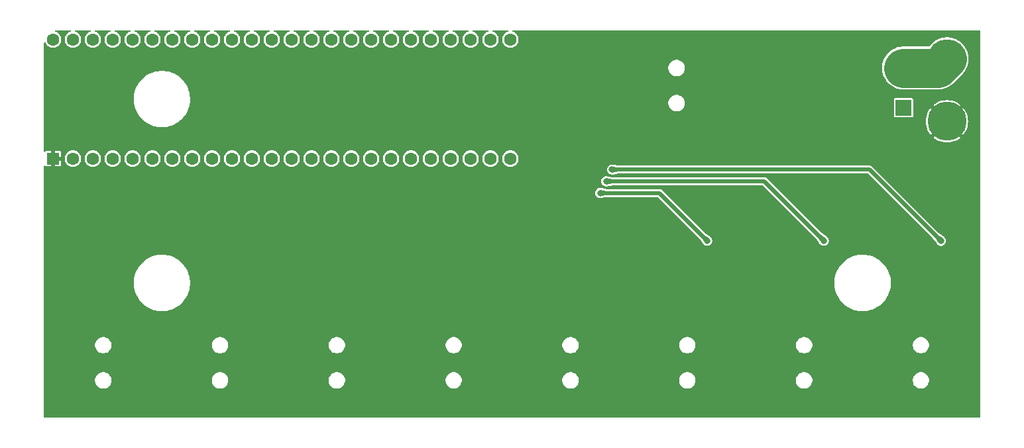
<source format=gbr>
%TF.GenerationSoftware,KiCad,Pcbnew,8.0.4*%
%TF.CreationDate,2025-03-12T23:32:50+01:00*%
%TF.ProjectId,Transistor Board V2,5472616e-7369-4737-946f-7220426f6172,rev?*%
%TF.SameCoordinates,Original*%
%TF.FileFunction,Copper,L2,Bot*%
%TF.FilePolarity,Positive*%
%FSLAX46Y46*%
G04 Gerber Fmt 4.6, Leading zero omitted, Abs format (unit mm)*
G04 Created by KiCad (PCBNEW 8.0.4) date 2025-03-12 23:32:50*
%MOMM*%
%LPD*%
G01*
G04 APERTURE LIST*
%TA.AperFunction,ComponentPad*%
%ADD10R,2.000000X2.000000*%
%TD*%
%TA.AperFunction,ComponentPad*%
%ADD11O,2.000000X2.000000*%
%TD*%
%TA.AperFunction,ComponentPad*%
%ADD12C,5.000000*%
%TD*%
%TA.AperFunction,ComponentPad*%
%ADD13C,1.600000*%
%TD*%
%TA.AperFunction,ComponentPad*%
%ADD14R,1.600000X1.600000*%
%TD*%
%TA.AperFunction,ViaPad*%
%ADD15C,0.800000*%
%TD*%
%TA.AperFunction,Conductor*%
%ADD16C,0.500000*%
%TD*%
%TA.AperFunction,Conductor*%
%ADD17C,5.000000*%
%TD*%
G04 APERTURE END LIST*
D10*
%TO.P,D2,1,K*%
%TO.N,9V+*%
X249000000Y-100079999D03*
D11*
%TO.P,D2,2,A*%
%TO.N,Net-(D2-A)*%
X249000000Y-95000000D03*
%TD*%
D12*
%TO.P,J14,1,Pin_1*%
%TO.N,Net-(D2-A)*%
X254531000Y-93828532D03*
%TO.P,J14,2,Pin_2*%
%TO.N,GND*%
X254531000Y-101828532D03*
%TD*%
D13*
%TO.P,U1,48,VIN*%
%TO.N,unconnected-(U1-VIN-Pad48)*%
X140340000Y-91354000D03*
%TO.P,U1,47,GND*%
%TO.N,unconnected-(U1-GND-Pad47)*%
X142880000Y-91354000D03*
%TO.P,U1,46,3V3*%
%TO.N,unconnected-(U1-3V3-Pad46)*%
X145420000Y-91354000D03*
%TO.P,U1,45,23_A9_CRX1_MCLK1*%
%TO.N,unconnected-(U1-23_A9_CRX1_MCLK1-Pad45)*%
X147960000Y-91354000D03*
%TO.P,U1,44,22_A8_CTX1*%
%TO.N,unconnected-(U1-22_A8_CTX1-Pad44)*%
X150500000Y-91354000D03*
%TO.P,U1,43,21_A7_RX5_BCLK1*%
%TO.N,unconnected-(U1-21_A7_RX5_BCLK1-Pad43)*%
X153040000Y-91354000D03*
%TO.P,U1,42,20_A6_TX5_LRCLK1*%
%TO.N,unconnected-(U1-20_A6_TX5_LRCLK1-Pad42)*%
X155580000Y-91354000D03*
%TO.P,U1,41,19_A5_SCL*%
%TO.N,unconnected-(U1-19_A5_SCL-Pad41)*%
X158120000Y-91354000D03*
%TO.P,U1,40,18_A4_SDA*%
%TO.N,unconnected-(U1-18_A4_SDA-Pad40)*%
X160660000Y-91354000D03*
%TO.P,U1,39,17_A3_TX4_SDA1*%
%TO.N,unconnected-(U1-17_A3_TX4_SDA1-Pad39)*%
X163200000Y-91354000D03*
%TO.P,U1,38,16_A2_RX4_SCL1*%
%TO.N,unconnected-(U1-16_A2_RX4_SCL1-Pad38)*%
X165740000Y-91354000D03*
%TO.P,U1,37,15_A1_RX3_SPDIF_IN*%
%TO.N,unconnected-(U1-15_A1_RX3_SPDIF_IN-Pad37)*%
X168280000Y-91354000D03*
%TO.P,U1,36,14_A0_TX3_SPDIF_OUT*%
%TO.N,unconnected-(U1-14_A0_TX3_SPDIF_OUT-Pad36)*%
X170820000Y-91354000D03*
%TO.P,U1,35,13_SCK_LED*%
%TO.N,unconnected-(U1-13_SCK_LED-Pad35)*%
X173360000Y-91354000D03*
%TO.P,U1,34,GND*%
%TO.N,unconnected-(U1-GND-Pad34)*%
X175900000Y-91354000D03*
%TO.P,U1,33,41_A17*%
%TO.N,unconnected-(U1-41_A17-Pad33)*%
X178440000Y-91354000D03*
%TO.P,U1,32,40_A16*%
%TO.N,unconnected-(U1-40_A16-Pad32)*%
X180980000Y-91354000D03*
%TO.P,U1,31,39_MISO1_OUT1A*%
%TO.N,unconnected-(U1-39_MISO1_OUT1A-Pad31)*%
X183520000Y-91354000D03*
%TO.P,U1,30,38_CS1_IN1*%
%TO.N,unconnected-(U1-38_CS1_IN1-Pad30)*%
X186060000Y-91354000D03*
%TO.P,U1,29,37_CS*%
%TO.N,unconnected-(U1-37_CS-Pad29)*%
X188600000Y-91354000D03*
%TO.P,U1,28,36_CS*%
%TO.N,unconnected-(U1-36_CS-Pad28)*%
X191140000Y-91354000D03*
%TO.P,U1,27,35_TX8*%
%TO.N,unconnected-(U1-35_TX8-Pad27)*%
X193680000Y-91354000D03*
%TO.P,U1,26,34_RX8*%
%TO.N,unconnected-(U1-34_RX8-Pad26)*%
X196220000Y-91354000D03*
%TO.P,U1,25,33_MCLK2*%
%TO.N,unconnected-(U1-33_MCLK2-Pad25)*%
X198760000Y-91354000D03*
%TO.P,U1,24,32_OUT1B*%
%TO.N,unconnected-(U1-32_OUT1B-Pad24)*%
X198760000Y-106594000D03*
%TO.P,U1,23,31_CTX3*%
%TO.N,unconnected-(U1-31_CTX3-Pad23)*%
X196220000Y-106594000D03*
%TO.P,U1,22,30_CRX3*%
%TO.N,unconnected-(U1-30_CRX3-Pad22)*%
X193680000Y-106594000D03*
%TO.P,U1,21,29_TX7*%
%TO.N,unconnected-(U1-29_TX7-Pad21)*%
X191140000Y-106594000D03*
%TO.P,U1,20,28_RX7*%
%TO.N,unconnected-(U1-28_RX7-Pad20)*%
X188600000Y-106594000D03*
%TO.P,U1,19,27_A13_SCK1*%
%TO.N,unconnected-(U1-27_A13_SCK1-Pad19)*%
X186060000Y-106594000D03*
%TO.P,U1,18,26_A12_MOSI1*%
%TO.N,unconnected-(U1-26_A12_MOSI1-Pad18)*%
X183520000Y-106594000D03*
%TO.P,U1,17,25_A11_RX6_SDA2*%
%TO.N,unconnected-(U1-25_A11_RX6_SDA2-Pad17)*%
X180980000Y-106594000D03*
%TO.P,U1,16,24_A10_TX6_SCL2*%
%TO.N,unconnected-(U1-24_A10_TX6_SCL2-Pad16)*%
X178440000Y-106594000D03*
%TO.P,U1,15,3V3*%
%TO.N,unconnected-(U1-3V3-Pad15)*%
X175900000Y-106594000D03*
%TO.P,U1,14,12_MISO_MQSL*%
%TO.N,pwm_9*%
X173360000Y-106594000D03*
%TO.P,U1,13,11_MOSI_CTX1*%
%TO.N,pwm_8*%
X170820000Y-106594000D03*
%TO.P,U1,12,10_CS_MQSR*%
%TO.N,pwm_7*%
X168280000Y-106594000D03*
%TO.P,U1,11,9_OUT1C*%
%TO.N,pwm_6*%
X165740000Y-106594000D03*
%TO.P,U1,10,8_TX2_IN1*%
%TO.N,pwm_5*%
X163200000Y-106594000D03*
%TO.P,U1,9,7_RX2_OUT1A*%
%TO.N,pwm_4*%
X160660000Y-106594000D03*
%TO.P,U1,8,6_OUT1D*%
%TO.N,pwm_3*%
X158120000Y-106594000D03*
%TO.P,U1,7,5_IN2*%
%TO.N,pwm_2*%
X155580000Y-106594000D03*
%TO.P,U1,6,4_BCLK2*%
%TO.N,pwm_1*%
X153040000Y-106594000D03*
%TO.P,U1,5,3_LRCLK2*%
%TO.N,unconnected-(U1-3_LRCLK2-Pad5)*%
X150500000Y-106594000D03*
%TO.P,U1,4,2_OUT2*%
%TO.N,unconnected-(U1-2_OUT2-Pad4)*%
X147960000Y-106594000D03*
%TO.P,U1,3,1_TX1_CTX2_MISO1*%
%TO.N,unconnected-(U1-1_TX1_CTX2_MISO1-Pad3)*%
X145420000Y-106594000D03*
%TO.P,U1,2,0_RX1_CRX2_CS1*%
%TO.N,unconnected-(U1-0_RX1_CRX2_CS1-Pad2)*%
X142880000Y-106594000D03*
D14*
%TO.P,U1,1,GND*%
%TO.N,GND*%
X140340000Y-106594000D03*
%TD*%
D15*
%TO.N,GND*%
X215162500Y-95550000D03*
X213732500Y-95550000D03*
X215167500Y-94450000D03*
X213737500Y-94450000D03*
X146120000Y-115650000D03*
X161010000Y-115630000D03*
X172420000Y-117470000D03*
X190870000Y-115650000D03*
X205800000Y-115650000D03*
X220720000Y-115640000D03*
X235620000Y-115640000D03*
X250540000Y-115630000D03*
X150960000Y-118950000D03*
X165880000Y-118930000D03*
X180780000Y-118960000D03*
X195730000Y-118930000D03*
X210640000Y-118940000D03*
X225560000Y-118930000D03*
X240500000Y-118930000D03*
X255420000Y-118910000D03*
%TO.N,pwm_8*%
X253756000Y-117109000D03*
%TO.N,pwm_7*%
X238800000Y-117100000D03*
%TO.N,pwm_6*%
X223900000Y-117100000D03*
%TO.N,pwm_8*%
X211750000Y-108000000D03*
%TO.N,pwm_7*%
X211000000Y-109500000D03*
%TO.N,pwm_6*%
X210250000Y-111000000D03*
%TD*%
D16*
%TO.N,pwm_6*%
X210250000Y-111000000D02*
X217804140Y-111000000D01*
X217804140Y-111000000D02*
X223900000Y-117095860D01*
%TO.N,pwm_7*%
X231225568Y-109500000D02*
X238834568Y-117109000D01*
X211000000Y-109500000D02*
X231225568Y-109500000D01*
%TO.N,pwm_8*%
X211750000Y-108000000D02*
X244647000Y-108000000D01*
X244647000Y-108000000D02*
X253756000Y-117109000D01*
D17*
%TO.N,Net-(D2-A)*%
X249000000Y-95000000D02*
X253359532Y-95000000D01*
X253359532Y-95000000D02*
X254531000Y-93828532D01*
%TD*%
%TA.AperFunction,Conductor*%
%TO.N,GND*%
G36*
X142589665Y-90178407D02*
G01*
X142625629Y-90227907D01*
X142625629Y-90289093D01*
X142589665Y-90338593D01*
X142560212Y-90353236D01*
X142529411Y-90362579D01*
X142476045Y-90378768D01*
X142293547Y-90476316D01*
X142133595Y-90607585D01*
X142133585Y-90607595D01*
X142002316Y-90767547D01*
X141904768Y-90950045D01*
X141844699Y-91148065D01*
X141844698Y-91148070D01*
X141824417Y-91353996D01*
X141824417Y-91354003D01*
X141844698Y-91559929D01*
X141844699Y-91559934D01*
X141904768Y-91757954D01*
X142002316Y-91940452D01*
X142133585Y-92100404D01*
X142133590Y-92100410D01*
X142133595Y-92100414D01*
X142293547Y-92231683D01*
X142293548Y-92231683D01*
X142293550Y-92231685D01*
X142476046Y-92329232D01*
X142613997Y-92371078D01*
X142674065Y-92389300D01*
X142674070Y-92389301D01*
X142879997Y-92409583D01*
X142880000Y-92409583D01*
X142880003Y-92409583D01*
X143085929Y-92389301D01*
X143085934Y-92389300D01*
X143283954Y-92329232D01*
X143466450Y-92231685D01*
X143626410Y-92100410D01*
X143757685Y-91940450D01*
X143855232Y-91757954D01*
X143915300Y-91559934D01*
X143915301Y-91559929D01*
X143935583Y-91354003D01*
X143935583Y-91353996D01*
X143915301Y-91148070D01*
X143915300Y-91148065D01*
X143866369Y-90986761D01*
X143855232Y-90950046D01*
X143757685Y-90767550D01*
X143626410Y-90607590D01*
X143626404Y-90607585D01*
X143466452Y-90476316D01*
X143283954Y-90378768D01*
X143199787Y-90353236D01*
X143149591Y-90318252D01*
X143129545Y-90260444D01*
X143147306Y-90201893D01*
X143196090Y-90164964D01*
X143228526Y-90159500D01*
X145071474Y-90159500D01*
X145129665Y-90178407D01*
X145165629Y-90227907D01*
X145165629Y-90289093D01*
X145129665Y-90338593D01*
X145100212Y-90353236D01*
X145069411Y-90362579D01*
X145016045Y-90378768D01*
X144833547Y-90476316D01*
X144673595Y-90607585D01*
X144673585Y-90607595D01*
X144542316Y-90767547D01*
X144444768Y-90950045D01*
X144384699Y-91148065D01*
X144384698Y-91148070D01*
X144364417Y-91353996D01*
X144364417Y-91354003D01*
X144384698Y-91559929D01*
X144384699Y-91559934D01*
X144444768Y-91757954D01*
X144542316Y-91940452D01*
X144673585Y-92100404D01*
X144673590Y-92100410D01*
X144673595Y-92100414D01*
X144833547Y-92231683D01*
X144833548Y-92231683D01*
X144833550Y-92231685D01*
X145016046Y-92329232D01*
X145153997Y-92371078D01*
X145214065Y-92389300D01*
X145214070Y-92389301D01*
X145419997Y-92409583D01*
X145420000Y-92409583D01*
X145420003Y-92409583D01*
X145625929Y-92389301D01*
X145625934Y-92389300D01*
X145823954Y-92329232D01*
X146006450Y-92231685D01*
X146166410Y-92100410D01*
X146297685Y-91940450D01*
X146395232Y-91757954D01*
X146455300Y-91559934D01*
X146455301Y-91559929D01*
X146475583Y-91354003D01*
X146475583Y-91353996D01*
X146455301Y-91148070D01*
X146455300Y-91148065D01*
X146406369Y-90986761D01*
X146395232Y-90950046D01*
X146297685Y-90767550D01*
X146166410Y-90607590D01*
X146166404Y-90607585D01*
X146006452Y-90476316D01*
X145823954Y-90378768D01*
X145739787Y-90353236D01*
X145689591Y-90318252D01*
X145669545Y-90260444D01*
X145687306Y-90201893D01*
X145736090Y-90164964D01*
X145768526Y-90159500D01*
X147611474Y-90159500D01*
X147669665Y-90178407D01*
X147705629Y-90227907D01*
X147705629Y-90289093D01*
X147669665Y-90338593D01*
X147640212Y-90353236D01*
X147609411Y-90362579D01*
X147556045Y-90378768D01*
X147373547Y-90476316D01*
X147213595Y-90607585D01*
X147213585Y-90607595D01*
X147082316Y-90767547D01*
X146984768Y-90950045D01*
X146924699Y-91148065D01*
X146924698Y-91148070D01*
X146904417Y-91353996D01*
X146904417Y-91354003D01*
X146924698Y-91559929D01*
X146924699Y-91559934D01*
X146984768Y-91757954D01*
X147082316Y-91940452D01*
X147213585Y-92100404D01*
X147213590Y-92100410D01*
X147213595Y-92100414D01*
X147373547Y-92231683D01*
X147373548Y-92231683D01*
X147373550Y-92231685D01*
X147556046Y-92329232D01*
X147693997Y-92371078D01*
X147754065Y-92389300D01*
X147754070Y-92389301D01*
X147959997Y-92409583D01*
X147960000Y-92409583D01*
X147960003Y-92409583D01*
X148165929Y-92389301D01*
X148165934Y-92389300D01*
X148363954Y-92329232D01*
X148546450Y-92231685D01*
X148706410Y-92100410D01*
X148837685Y-91940450D01*
X148935232Y-91757954D01*
X148995300Y-91559934D01*
X148995301Y-91559929D01*
X149015583Y-91354003D01*
X149015583Y-91353996D01*
X148995301Y-91148070D01*
X148995300Y-91148065D01*
X148946369Y-90986761D01*
X148935232Y-90950046D01*
X148837685Y-90767550D01*
X148706410Y-90607590D01*
X148706404Y-90607585D01*
X148546452Y-90476316D01*
X148363954Y-90378768D01*
X148279787Y-90353236D01*
X148229591Y-90318252D01*
X148209545Y-90260444D01*
X148227306Y-90201893D01*
X148276090Y-90164964D01*
X148308526Y-90159500D01*
X150151474Y-90159500D01*
X150209665Y-90178407D01*
X150245629Y-90227907D01*
X150245629Y-90289093D01*
X150209665Y-90338593D01*
X150180212Y-90353236D01*
X150149411Y-90362579D01*
X150096045Y-90378768D01*
X149913547Y-90476316D01*
X149753595Y-90607585D01*
X149753585Y-90607595D01*
X149622316Y-90767547D01*
X149524768Y-90950045D01*
X149464699Y-91148065D01*
X149464698Y-91148070D01*
X149444417Y-91353996D01*
X149444417Y-91354003D01*
X149464698Y-91559929D01*
X149464699Y-91559934D01*
X149524768Y-91757954D01*
X149622316Y-91940452D01*
X149753585Y-92100404D01*
X149753590Y-92100410D01*
X149753595Y-92100414D01*
X149913547Y-92231683D01*
X149913548Y-92231683D01*
X149913550Y-92231685D01*
X150096046Y-92329232D01*
X150233997Y-92371078D01*
X150294065Y-92389300D01*
X150294070Y-92389301D01*
X150499997Y-92409583D01*
X150500000Y-92409583D01*
X150500003Y-92409583D01*
X150705929Y-92389301D01*
X150705934Y-92389300D01*
X150903954Y-92329232D01*
X151086450Y-92231685D01*
X151246410Y-92100410D01*
X151377685Y-91940450D01*
X151475232Y-91757954D01*
X151535300Y-91559934D01*
X151535301Y-91559929D01*
X151555583Y-91354003D01*
X151555583Y-91353996D01*
X151535301Y-91148070D01*
X151535300Y-91148065D01*
X151486369Y-90986761D01*
X151475232Y-90950046D01*
X151377685Y-90767550D01*
X151246410Y-90607590D01*
X151246404Y-90607585D01*
X151086452Y-90476316D01*
X150903954Y-90378768D01*
X150819787Y-90353236D01*
X150769591Y-90318252D01*
X150749545Y-90260444D01*
X150767306Y-90201893D01*
X150816090Y-90164964D01*
X150848526Y-90159500D01*
X152691474Y-90159500D01*
X152749665Y-90178407D01*
X152785629Y-90227907D01*
X152785629Y-90289093D01*
X152749665Y-90338593D01*
X152720212Y-90353236D01*
X152689411Y-90362579D01*
X152636045Y-90378768D01*
X152453547Y-90476316D01*
X152293595Y-90607585D01*
X152293585Y-90607595D01*
X152162316Y-90767547D01*
X152064768Y-90950045D01*
X152004699Y-91148065D01*
X152004698Y-91148070D01*
X151984417Y-91353996D01*
X151984417Y-91354003D01*
X152004698Y-91559929D01*
X152004699Y-91559934D01*
X152064768Y-91757954D01*
X152162316Y-91940452D01*
X152293585Y-92100404D01*
X152293590Y-92100410D01*
X152293595Y-92100414D01*
X152453547Y-92231683D01*
X152453548Y-92231683D01*
X152453550Y-92231685D01*
X152636046Y-92329232D01*
X152773997Y-92371078D01*
X152834065Y-92389300D01*
X152834070Y-92389301D01*
X153039997Y-92409583D01*
X153040000Y-92409583D01*
X153040003Y-92409583D01*
X153245929Y-92389301D01*
X153245934Y-92389300D01*
X153443954Y-92329232D01*
X153626450Y-92231685D01*
X153786410Y-92100410D01*
X153917685Y-91940450D01*
X154015232Y-91757954D01*
X154075300Y-91559934D01*
X154075301Y-91559929D01*
X154095583Y-91354003D01*
X154095583Y-91353996D01*
X154075301Y-91148070D01*
X154075300Y-91148065D01*
X154026369Y-90986761D01*
X154015232Y-90950046D01*
X153917685Y-90767550D01*
X153786410Y-90607590D01*
X153786404Y-90607585D01*
X153626452Y-90476316D01*
X153443954Y-90378768D01*
X153359787Y-90353236D01*
X153309591Y-90318252D01*
X153289545Y-90260444D01*
X153307306Y-90201893D01*
X153356090Y-90164964D01*
X153388526Y-90159500D01*
X155231474Y-90159500D01*
X155289665Y-90178407D01*
X155325629Y-90227907D01*
X155325629Y-90289093D01*
X155289665Y-90338593D01*
X155260212Y-90353236D01*
X155229411Y-90362579D01*
X155176045Y-90378768D01*
X154993547Y-90476316D01*
X154833595Y-90607585D01*
X154833585Y-90607595D01*
X154702316Y-90767547D01*
X154604768Y-90950045D01*
X154544699Y-91148065D01*
X154544698Y-91148070D01*
X154524417Y-91353996D01*
X154524417Y-91354003D01*
X154544698Y-91559929D01*
X154544699Y-91559934D01*
X154604768Y-91757954D01*
X154702316Y-91940452D01*
X154833585Y-92100404D01*
X154833590Y-92100410D01*
X154833595Y-92100414D01*
X154993547Y-92231683D01*
X154993548Y-92231683D01*
X154993550Y-92231685D01*
X155176046Y-92329232D01*
X155313997Y-92371078D01*
X155374065Y-92389300D01*
X155374070Y-92389301D01*
X155579997Y-92409583D01*
X155580000Y-92409583D01*
X155580003Y-92409583D01*
X155785929Y-92389301D01*
X155785934Y-92389300D01*
X155983954Y-92329232D01*
X156166450Y-92231685D01*
X156326410Y-92100410D01*
X156457685Y-91940450D01*
X156555232Y-91757954D01*
X156615300Y-91559934D01*
X156615301Y-91559929D01*
X156635583Y-91354003D01*
X156635583Y-91353996D01*
X156615301Y-91148070D01*
X156615300Y-91148065D01*
X156566369Y-90986761D01*
X156555232Y-90950046D01*
X156457685Y-90767550D01*
X156326410Y-90607590D01*
X156326404Y-90607585D01*
X156166452Y-90476316D01*
X155983954Y-90378768D01*
X155899787Y-90353236D01*
X155849591Y-90318252D01*
X155829545Y-90260444D01*
X155847306Y-90201893D01*
X155896090Y-90164964D01*
X155928526Y-90159500D01*
X157771474Y-90159500D01*
X157829665Y-90178407D01*
X157865629Y-90227907D01*
X157865629Y-90289093D01*
X157829665Y-90338593D01*
X157800212Y-90353236D01*
X157769411Y-90362579D01*
X157716045Y-90378768D01*
X157533547Y-90476316D01*
X157373595Y-90607585D01*
X157373585Y-90607595D01*
X157242316Y-90767547D01*
X157144768Y-90950045D01*
X157084699Y-91148065D01*
X157084698Y-91148070D01*
X157064417Y-91353996D01*
X157064417Y-91354003D01*
X157084698Y-91559929D01*
X157084699Y-91559934D01*
X157144768Y-91757954D01*
X157242316Y-91940452D01*
X157373585Y-92100404D01*
X157373590Y-92100410D01*
X157373595Y-92100414D01*
X157533547Y-92231683D01*
X157533548Y-92231683D01*
X157533550Y-92231685D01*
X157716046Y-92329232D01*
X157853997Y-92371078D01*
X157914065Y-92389300D01*
X157914070Y-92389301D01*
X158119997Y-92409583D01*
X158120000Y-92409583D01*
X158120003Y-92409583D01*
X158325929Y-92389301D01*
X158325934Y-92389300D01*
X158523954Y-92329232D01*
X158706450Y-92231685D01*
X158866410Y-92100410D01*
X158997685Y-91940450D01*
X159095232Y-91757954D01*
X159155300Y-91559934D01*
X159155301Y-91559929D01*
X159175583Y-91354003D01*
X159175583Y-91353996D01*
X159155301Y-91148070D01*
X159155300Y-91148065D01*
X159106369Y-90986761D01*
X159095232Y-90950046D01*
X158997685Y-90767550D01*
X158866410Y-90607590D01*
X158866404Y-90607585D01*
X158706452Y-90476316D01*
X158523954Y-90378768D01*
X158439787Y-90353236D01*
X158389591Y-90318252D01*
X158369545Y-90260444D01*
X158387306Y-90201893D01*
X158436090Y-90164964D01*
X158468526Y-90159500D01*
X160311474Y-90159500D01*
X160369665Y-90178407D01*
X160405629Y-90227907D01*
X160405629Y-90289093D01*
X160369665Y-90338593D01*
X160340212Y-90353236D01*
X160309411Y-90362579D01*
X160256045Y-90378768D01*
X160073547Y-90476316D01*
X159913595Y-90607585D01*
X159913585Y-90607595D01*
X159782316Y-90767547D01*
X159684768Y-90950045D01*
X159624699Y-91148065D01*
X159624698Y-91148070D01*
X159604417Y-91353996D01*
X159604417Y-91354003D01*
X159624698Y-91559929D01*
X159624699Y-91559934D01*
X159684768Y-91757954D01*
X159782316Y-91940452D01*
X159913585Y-92100404D01*
X159913590Y-92100410D01*
X159913595Y-92100414D01*
X160073547Y-92231683D01*
X160073548Y-92231683D01*
X160073550Y-92231685D01*
X160256046Y-92329232D01*
X160393997Y-92371078D01*
X160454065Y-92389300D01*
X160454070Y-92389301D01*
X160659997Y-92409583D01*
X160660000Y-92409583D01*
X160660003Y-92409583D01*
X160865929Y-92389301D01*
X160865934Y-92389300D01*
X161063954Y-92329232D01*
X161246450Y-92231685D01*
X161406410Y-92100410D01*
X161537685Y-91940450D01*
X161635232Y-91757954D01*
X161695300Y-91559934D01*
X161695301Y-91559929D01*
X161715583Y-91354003D01*
X161715583Y-91353996D01*
X161695301Y-91148070D01*
X161695300Y-91148065D01*
X161646369Y-90986761D01*
X161635232Y-90950046D01*
X161537685Y-90767550D01*
X161406410Y-90607590D01*
X161406404Y-90607585D01*
X161246452Y-90476316D01*
X161063954Y-90378768D01*
X160979787Y-90353236D01*
X160929591Y-90318252D01*
X160909545Y-90260444D01*
X160927306Y-90201893D01*
X160976090Y-90164964D01*
X161008526Y-90159500D01*
X162851474Y-90159500D01*
X162909665Y-90178407D01*
X162945629Y-90227907D01*
X162945629Y-90289093D01*
X162909665Y-90338593D01*
X162880212Y-90353236D01*
X162849411Y-90362579D01*
X162796045Y-90378768D01*
X162613547Y-90476316D01*
X162453595Y-90607585D01*
X162453585Y-90607595D01*
X162322316Y-90767547D01*
X162224768Y-90950045D01*
X162164699Y-91148065D01*
X162164698Y-91148070D01*
X162144417Y-91353996D01*
X162144417Y-91354003D01*
X162164698Y-91559929D01*
X162164699Y-91559934D01*
X162224768Y-91757954D01*
X162322316Y-91940452D01*
X162453585Y-92100404D01*
X162453590Y-92100410D01*
X162453595Y-92100414D01*
X162613547Y-92231683D01*
X162613548Y-92231683D01*
X162613550Y-92231685D01*
X162796046Y-92329232D01*
X162933997Y-92371078D01*
X162994065Y-92389300D01*
X162994070Y-92389301D01*
X163199997Y-92409583D01*
X163200000Y-92409583D01*
X163200003Y-92409583D01*
X163405929Y-92389301D01*
X163405934Y-92389300D01*
X163603954Y-92329232D01*
X163786450Y-92231685D01*
X163946410Y-92100410D01*
X164077685Y-91940450D01*
X164175232Y-91757954D01*
X164235300Y-91559934D01*
X164235301Y-91559929D01*
X164255583Y-91354003D01*
X164255583Y-91353996D01*
X164235301Y-91148070D01*
X164235300Y-91148065D01*
X164186369Y-90986761D01*
X164175232Y-90950046D01*
X164077685Y-90767550D01*
X163946410Y-90607590D01*
X163946404Y-90607585D01*
X163786452Y-90476316D01*
X163603954Y-90378768D01*
X163519787Y-90353236D01*
X163469591Y-90318252D01*
X163449545Y-90260444D01*
X163467306Y-90201893D01*
X163516090Y-90164964D01*
X163548526Y-90159500D01*
X165391474Y-90159500D01*
X165449665Y-90178407D01*
X165485629Y-90227907D01*
X165485629Y-90289093D01*
X165449665Y-90338593D01*
X165420212Y-90353236D01*
X165389411Y-90362579D01*
X165336045Y-90378768D01*
X165153547Y-90476316D01*
X164993595Y-90607585D01*
X164993585Y-90607595D01*
X164862316Y-90767547D01*
X164764768Y-90950045D01*
X164704699Y-91148065D01*
X164704698Y-91148070D01*
X164684417Y-91353996D01*
X164684417Y-91354003D01*
X164704698Y-91559929D01*
X164704699Y-91559934D01*
X164764768Y-91757954D01*
X164862316Y-91940452D01*
X164993585Y-92100404D01*
X164993590Y-92100410D01*
X164993595Y-92100414D01*
X165153547Y-92231683D01*
X165153548Y-92231683D01*
X165153550Y-92231685D01*
X165336046Y-92329232D01*
X165473997Y-92371078D01*
X165534065Y-92389300D01*
X165534070Y-92389301D01*
X165739997Y-92409583D01*
X165740000Y-92409583D01*
X165740003Y-92409583D01*
X165945929Y-92389301D01*
X165945934Y-92389300D01*
X166143954Y-92329232D01*
X166326450Y-92231685D01*
X166486410Y-92100410D01*
X166617685Y-91940450D01*
X166715232Y-91757954D01*
X166775300Y-91559934D01*
X166775301Y-91559929D01*
X166795583Y-91354003D01*
X166795583Y-91353996D01*
X166775301Y-91148070D01*
X166775300Y-91148065D01*
X166726369Y-90986761D01*
X166715232Y-90950046D01*
X166617685Y-90767550D01*
X166486410Y-90607590D01*
X166486404Y-90607585D01*
X166326452Y-90476316D01*
X166143954Y-90378768D01*
X166059787Y-90353236D01*
X166009591Y-90318252D01*
X165989545Y-90260444D01*
X166007306Y-90201893D01*
X166056090Y-90164964D01*
X166088526Y-90159500D01*
X167931474Y-90159500D01*
X167989665Y-90178407D01*
X168025629Y-90227907D01*
X168025629Y-90289093D01*
X167989665Y-90338593D01*
X167960212Y-90353236D01*
X167929411Y-90362579D01*
X167876045Y-90378768D01*
X167693547Y-90476316D01*
X167533595Y-90607585D01*
X167533585Y-90607595D01*
X167402316Y-90767547D01*
X167304768Y-90950045D01*
X167244699Y-91148065D01*
X167244698Y-91148070D01*
X167224417Y-91353996D01*
X167224417Y-91354003D01*
X167244698Y-91559929D01*
X167244699Y-91559934D01*
X167304768Y-91757954D01*
X167402316Y-91940452D01*
X167533585Y-92100404D01*
X167533590Y-92100410D01*
X167533595Y-92100414D01*
X167693547Y-92231683D01*
X167693548Y-92231683D01*
X167693550Y-92231685D01*
X167876046Y-92329232D01*
X168013997Y-92371078D01*
X168074065Y-92389300D01*
X168074070Y-92389301D01*
X168279997Y-92409583D01*
X168280000Y-92409583D01*
X168280003Y-92409583D01*
X168485929Y-92389301D01*
X168485934Y-92389300D01*
X168683954Y-92329232D01*
X168866450Y-92231685D01*
X169026410Y-92100410D01*
X169157685Y-91940450D01*
X169255232Y-91757954D01*
X169315300Y-91559934D01*
X169315301Y-91559929D01*
X169335583Y-91354003D01*
X169335583Y-91353996D01*
X169315301Y-91148070D01*
X169315300Y-91148065D01*
X169266369Y-90986761D01*
X169255232Y-90950046D01*
X169157685Y-90767550D01*
X169026410Y-90607590D01*
X169026404Y-90607585D01*
X168866452Y-90476316D01*
X168683954Y-90378768D01*
X168599787Y-90353236D01*
X168549591Y-90318252D01*
X168529545Y-90260444D01*
X168547306Y-90201893D01*
X168596090Y-90164964D01*
X168628526Y-90159500D01*
X170471474Y-90159500D01*
X170529665Y-90178407D01*
X170565629Y-90227907D01*
X170565629Y-90289093D01*
X170529665Y-90338593D01*
X170500212Y-90353236D01*
X170469411Y-90362579D01*
X170416045Y-90378768D01*
X170233547Y-90476316D01*
X170073595Y-90607585D01*
X170073585Y-90607595D01*
X169942316Y-90767547D01*
X169844768Y-90950045D01*
X169784699Y-91148065D01*
X169784698Y-91148070D01*
X169764417Y-91353996D01*
X169764417Y-91354003D01*
X169784698Y-91559929D01*
X169784699Y-91559934D01*
X169844768Y-91757954D01*
X169942316Y-91940452D01*
X170073585Y-92100404D01*
X170073590Y-92100410D01*
X170073595Y-92100414D01*
X170233547Y-92231683D01*
X170233548Y-92231683D01*
X170233550Y-92231685D01*
X170416046Y-92329232D01*
X170553997Y-92371078D01*
X170614065Y-92389300D01*
X170614070Y-92389301D01*
X170819997Y-92409583D01*
X170820000Y-92409583D01*
X170820003Y-92409583D01*
X171025929Y-92389301D01*
X171025934Y-92389300D01*
X171223954Y-92329232D01*
X171406450Y-92231685D01*
X171566410Y-92100410D01*
X171697685Y-91940450D01*
X171795232Y-91757954D01*
X171855300Y-91559934D01*
X171855301Y-91559929D01*
X171875583Y-91354003D01*
X171875583Y-91353996D01*
X171855301Y-91148070D01*
X171855300Y-91148065D01*
X171806369Y-90986761D01*
X171795232Y-90950046D01*
X171697685Y-90767550D01*
X171566410Y-90607590D01*
X171566404Y-90607585D01*
X171406452Y-90476316D01*
X171223954Y-90378768D01*
X171139787Y-90353236D01*
X171089591Y-90318252D01*
X171069545Y-90260444D01*
X171087306Y-90201893D01*
X171136090Y-90164964D01*
X171168526Y-90159500D01*
X173011474Y-90159500D01*
X173069665Y-90178407D01*
X173105629Y-90227907D01*
X173105629Y-90289093D01*
X173069665Y-90338593D01*
X173040212Y-90353236D01*
X173009411Y-90362579D01*
X172956045Y-90378768D01*
X172773547Y-90476316D01*
X172613595Y-90607585D01*
X172613585Y-90607595D01*
X172482316Y-90767547D01*
X172384768Y-90950045D01*
X172324699Y-91148065D01*
X172324698Y-91148070D01*
X172304417Y-91353996D01*
X172304417Y-91354003D01*
X172324698Y-91559929D01*
X172324699Y-91559934D01*
X172384768Y-91757954D01*
X172482316Y-91940452D01*
X172613585Y-92100404D01*
X172613590Y-92100410D01*
X172613595Y-92100414D01*
X172773547Y-92231683D01*
X172773548Y-92231683D01*
X172773550Y-92231685D01*
X172956046Y-92329232D01*
X173093997Y-92371078D01*
X173154065Y-92389300D01*
X173154070Y-92389301D01*
X173359997Y-92409583D01*
X173360000Y-92409583D01*
X173360003Y-92409583D01*
X173565929Y-92389301D01*
X173565934Y-92389300D01*
X173763954Y-92329232D01*
X173946450Y-92231685D01*
X174106410Y-92100410D01*
X174237685Y-91940450D01*
X174335232Y-91757954D01*
X174395300Y-91559934D01*
X174395301Y-91559929D01*
X174415583Y-91354003D01*
X174415583Y-91353996D01*
X174395301Y-91148070D01*
X174395300Y-91148065D01*
X174346369Y-90986761D01*
X174335232Y-90950046D01*
X174237685Y-90767550D01*
X174106410Y-90607590D01*
X174106404Y-90607585D01*
X173946452Y-90476316D01*
X173763954Y-90378768D01*
X173679787Y-90353236D01*
X173629591Y-90318252D01*
X173609545Y-90260444D01*
X173627306Y-90201893D01*
X173676090Y-90164964D01*
X173708526Y-90159500D01*
X175551474Y-90159500D01*
X175609665Y-90178407D01*
X175645629Y-90227907D01*
X175645629Y-90289093D01*
X175609665Y-90338593D01*
X175580212Y-90353236D01*
X175549411Y-90362579D01*
X175496045Y-90378768D01*
X175313547Y-90476316D01*
X175153595Y-90607585D01*
X175153585Y-90607595D01*
X175022316Y-90767547D01*
X174924768Y-90950045D01*
X174864699Y-91148065D01*
X174864698Y-91148070D01*
X174844417Y-91353996D01*
X174844417Y-91354003D01*
X174864698Y-91559929D01*
X174864699Y-91559934D01*
X174924768Y-91757954D01*
X175022316Y-91940452D01*
X175153585Y-92100404D01*
X175153590Y-92100410D01*
X175153595Y-92100414D01*
X175313547Y-92231683D01*
X175313548Y-92231683D01*
X175313550Y-92231685D01*
X175496046Y-92329232D01*
X175633997Y-92371078D01*
X175694065Y-92389300D01*
X175694070Y-92389301D01*
X175899997Y-92409583D01*
X175900000Y-92409583D01*
X175900003Y-92409583D01*
X176105929Y-92389301D01*
X176105934Y-92389300D01*
X176303954Y-92329232D01*
X176486450Y-92231685D01*
X176646410Y-92100410D01*
X176777685Y-91940450D01*
X176875232Y-91757954D01*
X176935300Y-91559934D01*
X176935301Y-91559929D01*
X176955583Y-91354003D01*
X176955583Y-91353996D01*
X176935301Y-91148070D01*
X176935300Y-91148065D01*
X176886369Y-90986761D01*
X176875232Y-90950046D01*
X176777685Y-90767550D01*
X176646410Y-90607590D01*
X176646404Y-90607585D01*
X176486452Y-90476316D01*
X176303954Y-90378768D01*
X176219787Y-90353236D01*
X176169591Y-90318252D01*
X176149545Y-90260444D01*
X176167306Y-90201893D01*
X176216090Y-90164964D01*
X176248526Y-90159500D01*
X178091474Y-90159500D01*
X178149665Y-90178407D01*
X178185629Y-90227907D01*
X178185629Y-90289093D01*
X178149665Y-90338593D01*
X178120212Y-90353236D01*
X178089411Y-90362579D01*
X178036045Y-90378768D01*
X177853547Y-90476316D01*
X177693595Y-90607585D01*
X177693585Y-90607595D01*
X177562316Y-90767547D01*
X177464768Y-90950045D01*
X177404699Y-91148065D01*
X177404698Y-91148070D01*
X177384417Y-91353996D01*
X177384417Y-91354003D01*
X177404698Y-91559929D01*
X177404699Y-91559934D01*
X177464768Y-91757954D01*
X177562316Y-91940452D01*
X177693585Y-92100404D01*
X177693590Y-92100410D01*
X177693595Y-92100414D01*
X177853547Y-92231683D01*
X177853548Y-92231683D01*
X177853550Y-92231685D01*
X178036046Y-92329232D01*
X178173997Y-92371078D01*
X178234065Y-92389300D01*
X178234070Y-92389301D01*
X178439997Y-92409583D01*
X178440000Y-92409583D01*
X178440003Y-92409583D01*
X178645929Y-92389301D01*
X178645934Y-92389300D01*
X178843954Y-92329232D01*
X179026450Y-92231685D01*
X179186410Y-92100410D01*
X179317685Y-91940450D01*
X179415232Y-91757954D01*
X179475300Y-91559934D01*
X179475301Y-91559929D01*
X179495583Y-91354003D01*
X179495583Y-91353996D01*
X179475301Y-91148070D01*
X179475300Y-91148065D01*
X179426369Y-90986761D01*
X179415232Y-90950046D01*
X179317685Y-90767550D01*
X179186410Y-90607590D01*
X179186404Y-90607585D01*
X179026452Y-90476316D01*
X178843954Y-90378768D01*
X178759787Y-90353236D01*
X178709591Y-90318252D01*
X178689545Y-90260444D01*
X178707306Y-90201893D01*
X178756090Y-90164964D01*
X178788526Y-90159500D01*
X180631474Y-90159500D01*
X180689665Y-90178407D01*
X180725629Y-90227907D01*
X180725629Y-90289093D01*
X180689665Y-90338593D01*
X180660212Y-90353236D01*
X180629411Y-90362579D01*
X180576045Y-90378768D01*
X180393547Y-90476316D01*
X180233595Y-90607585D01*
X180233585Y-90607595D01*
X180102316Y-90767547D01*
X180004768Y-90950045D01*
X179944699Y-91148065D01*
X179944698Y-91148070D01*
X179924417Y-91353996D01*
X179924417Y-91354003D01*
X179944698Y-91559929D01*
X179944699Y-91559934D01*
X180004768Y-91757954D01*
X180102316Y-91940452D01*
X180233585Y-92100404D01*
X180233590Y-92100410D01*
X180233595Y-92100414D01*
X180393547Y-92231683D01*
X180393548Y-92231683D01*
X180393550Y-92231685D01*
X180576046Y-92329232D01*
X180713997Y-92371078D01*
X180774065Y-92389300D01*
X180774070Y-92389301D01*
X180979997Y-92409583D01*
X180980000Y-92409583D01*
X180980003Y-92409583D01*
X181185929Y-92389301D01*
X181185934Y-92389300D01*
X181383954Y-92329232D01*
X181566450Y-92231685D01*
X181726410Y-92100410D01*
X181857685Y-91940450D01*
X181955232Y-91757954D01*
X182015300Y-91559934D01*
X182015301Y-91559929D01*
X182035583Y-91354003D01*
X182035583Y-91353996D01*
X182015301Y-91148070D01*
X182015300Y-91148065D01*
X181966369Y-90986761D01*
X181955232Y-90950046D01*
X181857685Y-90767550D01*
X181726410Y-90607590D01*
X181726404Y-90607585D01*
X181566452Y-90476316D01*
X181383954Y-90378768D01*
X181299787Y-90353236D01*
X181249591Y-90318252D01*
X181229545Y-90260444D01*
X181247306Y-90201893D01*
X181296090Y-90164964D01*
X181328526Y-90159500D01*
X183171474Y-90159500D01*
X183229665Y-90178407D01*
X183265629Y-90227907D01*
X183265629Y-90289093D01*
X183229665Y-90338593D01*
X183200212Y-90353236D01*
X183169411Y-90362579D01*
X183116045Y-90378768D01*
X182933547Y-90476316D01*
X182773595Y-90607585D01*
X182773585Y-90607595D01*
X182642316Y-90767547D01*
X182544768Y-90950045D01*
X182484699Y-91148065D01*
X182484698Y-91148070D01*
X182464417Y-91353996D01*
X182464417Y-91354003D01*
X182484698Y-91559929D01*
X182484699Y-91559934D01*
X182544768Y-91757954D01*
X182642316Y-91940452D01*
X182773585Y-92100404D01*
X182773590Y-92100410D01*
X182773595Y-92100414D01*
X182933547Y-92231683D01*
X182933548Y-92231683D01*
X182933550Y-92231685D01*
X183116046Y-92329232D01*
X183253997Y-92371078D01*
X183314065Y-92389300D01*
X183314070Y-92389301D01*
X183519997Y-92409583D01*
X183520000Y-92409583D01*
X183520003Y-92409583D01*
X183725929Y-92389301D01*
X183725934Y-92389300D01*
X183923954Y-92329232D01*
X184106450Y-92231685D01*
X184266410Y-92100410D01*
X184397685Y-91940450D01*
X184495232Y-91757954D01*
X184555300Y-91559934D01*
X184555301Y-91559929D01*
X184575583Y-91354003D01*
X184575583Y-91353996D01*
X184555301Y-91148070D01*
X184555300Y-91148065D01*
X184506369Y-90986761D01*
X184495232Y-90950046D01*
X184397685Y-90767550D01*
X184266410Y-90607590D01*
X184266404Y-90607585D01*
X184106452Y-90476316D01*
X183923954Y-90378768D01*
X183839787Y-90353236D01*
X183789591Y-90318252D01*
X183769545Y-90260444D01*
X183787306Y-90201893D01*
X183836090Y-90164964D01*
X183868526Y-90159500D01*
X185711474Y-90159500D01*
X185769665Y-90178407D01*
X185805629Y-90227907D01*
X185805629Y-90289093D01*
X185769665Y-90338593D01*
X185740212Y-90353236D01*
X185709411Y-90362579D01*
X185656045Y-90378768D01*
X185473547Y-90476316D01*
X185313595Y-90607585D01*
X185313585Y-90607595D01*
X185182316Y-90767547D01*
X185084768Y-90950045D01*
X185024699Y-91148065D01*
X185024698Y-91148070D01*
X185004417Y-91353996D01*
X185004417Y-91354003D01*
X185024698Y-91559929D01*
X185024699Y-91559934D01*
X185084768Y-91757954D01*
X185182316Y-91940452D01*
X185313585Y-92100404D01*
X185313590Y-92100410D01*
X185313595Y-92100414D01*
X185473547Y-92231683D01*
X185473548Y-92231683D01*
X185473550Y-92231685D01*
X185656046Y-92329232D01*
X185793997Y-92371078D01*
X185854065Y-92389300D01*
X185854070Y-92389301D01*
X186059997Y-92409583D01*
X186060000Y-92409583D01*
X186060003Y-92409583D01*
X186265929Y-92389301D01*
X186265934Y-92389300D01*
X186463954Y-92329232D01*
X186646450Y-92231685D01*
X186806410Y-92100410D01*
X186937685Y-91940450D01*
X187035232Y-91757954D01*
X187095300Y-91559934D01*
X187095301Y-91559929D01*
X187115583Y-91354003D01*
X187115583Y-91353996D01*
X187095301Y-91148070D01*
X187095300Y-91148065D01*
X187046369Y-90986761D01*
X187035232Y-90950046D01*
X186937685Y-90767550D01*
X186806410Y-90607590D01*
X186806404Y-90607585D01*
X186646452Y-90476316D01*
X186463954Y-90378768D01*
X186379787Y-90353236D01*
X186329591Y-90318252D01*
X186309545Y-90260444D01*
X186327306Y-90201893D01*
X186376090Y-90164964D01*
X186408526Y-90159500D01*
X188251474Y-90159500D01*
X188309665Y-90178407D01*
X188345629Y-90227907D01*
X188345629Y-90289093D01*
X188309665Y-90338593D01*
X188280212Y-90353236D01*
X188249411Y-90362579D01*
X188196045Y-90378768D01*
X188013547Y-90476316D01*
X187853595Y-90607585D01*
X187853585Y-90607595D01*
X187722316Y-90767547D01*
X187624768Y-90950045D01*
X187564699Y-91148065D01*
X187564698Y-91148070D01*
X187544417Y-91353996D01*
X187544417Y-91354003D01*
X187564698Y-91559929D01*
X187564699Y-91559934D01*
X187624768Y-91757954D01*
X187722316Y-91940452D01*
X187853585Y-92100404D01*
X187853590Y-92100410D01*
X187853595Y-92100414D01*
X188013547Y-92231683D01*
X188013548Y-92231683D01*
X188013550Y-92231685D01*
X188196046Y-92329232D01*
X188333997Y-92371078D01*
X188394065Y-92389300D01*
X188394070Y-92389301D01*
X188599997Y-92409583D01*
X188600000Y-92409583D01*
X188600003Y-92409583D01*
X188805929Y-92389301D01*
X188805934Y-92389300D01*
X189003954Y-92329232D01*
X189186450Y-92231685D01*
X189346410Y-92100410D01*
X189477685Y-91940450D01*
X189575232Y-91757954D01*
X189635300Y-91559934D01*
X189635301Y-91559929D01*
X189655583Y-91354003D01*
X189655583Y-91353996D01*
X189635301Y-91148070D01*
X189635300Y-91148065D01*
X189586369Y-90986761D01*
X189575232Y-90950046D01*
X189477685Y-90767550D01*
X189346410Y-90607590D01*
X189346404Y-90607585D01*
X189186452Y-90476316D01*
X189003954Y-90378768D01*
X188919787Y-90353236D01*
X188869591Y-90318252D01*
X188849545Y-90260444D01*
X188867306Y-90201893D01*
X188916090Y-90164964D01*
X188948526Y-90159500D01*
X190791474Y-90159500D01*
X190849665Y-90178407D01*
X190885629Y-90227907D01*
X190885629Y-90289093D01*
X190849665Y-90338593D01*
X190820212Y-90353236D01*
X190789411Y-90362579D01*
X190736045Y-90378768D01*
X190553547Y-90476316D01*
X190393595Y-90607585D01*
X190393585Y-90607595D01*
X190262316Y-90767547D01*
X190164768Y-90950045D01*
X190104699Y-91148065D01*
X190104698Y-91148070D01*
X190084417Y-91353996D01*
X190084417Y-91354003D01*
X190104698Y-91559929D01*
X190104699Y-91559934D01*
X190164768Y-91757954D01*
X190262316Y-91940452D01*
X190393585Y-92100404D01*
X190393590Y-92100410D01*
X190393595Y-92100414D01*
X190553547Y-92231683D01*
X190553548Y-92231683D01*
X190553550Y-92231685D01*
X190736046Y-92329232D01*
X190873997Y-92371078D01*
X190934065Y-92389300D01*
X190934070Y-92389301D01*
X191139997Y-92409583D01*
X191140000Y-92409583D01*
X191140003Y-92409583D01*
X191345929Y-92389301D01*
X191345934Y-92389300D01*
X191543954Y-92329232D01*
X191726450Y-92231685D01*
X191886410Y-92100410D01*
X192017685Y-91940450D01*
X192115232Y-91757954D01*
X192175300Y-91559934D01*
X192175301Y-91559929D01*
X192195583Y-91354003D01*
X192195583Y-91353996D01*
X192175301Y-91148070D01*
X192175300Y-91148065D01*
X192126369Y-90986761D01*
X192115232Y-90950046D01*
X192017685Y-90767550D01*
X191886410Y-90607590D01*
X191886404Y-90607585D01*
X191726452Y-90476316D01*
X191543954Y-90378768D01*
X191459787Y-90353236D01*
X191409591Y-90318252D01*
X191389545Y-90260444D01*
X191407306Y-90201893D01*
X191456090Y-90164964D01*
X191488526Y-90159500D01*
X193331474Y-90159500D01*
X193389665Y-90178407D01*
X193425629Y-90227907D01*
X193425629Y-90289093D01*
X193389665Y-90338593D01*
X193360212Y-90353236D01*
X193329411Y-90362579D01*
X193276045Y-90378768D01*
X193093547Y-90476316D01*
X192933595Y-90607585D01*
X192933585Y-90607595D01*
X192802316Y-90767547D01*
X192704768Y-90950045D01*
X192644699Y-91148065D01*
X192644698Y-91148070D01*
X192624417Y-91353996D01*
X192624417Y-91354003D01*
X192644698Y-91559929D01*
X192644699Y-91559934D01*
X192704768Y-91757954D01*
X192802316Y-91940452D01*
X192933585Y-92100404D01*
X192933590Y-92100410D01*
X192933595Y-92100414D01*
X193093547Y-92231683D01*
X193093548Y-92231683D01*
X193093550Y-92231685D01*
X193276046Y-92329232D01*
X193413997Y-92371078D01*
X193474065Y-92389300D01*
X193474070Y-92389301D01*
X193679997Y-92409583D01*
X193680000Y-92409583D01*
X193680003Y-92409583D01*
X193885929Y-92389301D01*
X193885934Y-92389300D01*
X194083954Y-92329232D01*
X194266450Y-92231685D01*
X194426410Y-92100410D01*
X194557685Y-91940450D01*
X194655232Y-91757954D01*
X194715300Y-91559934D01*
X194715301Y-91559929D01*
X194735583Y-91354003D01*
X194735583Y-91353996D01*
X194715301Y-91148070D01*
X194715300Y-91148065D01*
X194666369Y-90986761D01*
X194655232Y-90950046D01*
X194557685Y-90767550D01*
X194426410Y-90607590D01*
X194426404Y-90607585D01*
X194266452Y-90476316D01*
X194083954Y-90378768D01*
X193999787Y-90353236D01*
X193949591Y-90318252D01*
X193929545Y-90260444D01*
X193947306Y-90201893D01*
X193996090Y-90164964D01*
X194028526Y-90159500D01*
X195871474Y-90159500D01*
X195929665Y-90178407D01*
X195965629Y-90227907D01*
X195965629Y-90289093D01*
X195929665Y-90338593D01*
X195900212Y-90353236D01*
X195869411Y-90362579D01*
X195816045Y-90378768D01*
X195633547Y-90476316D01*
X195473595Y-90607585D01*
X195473585Y-90607595D01*
X195342316Y-90767547D01*
X195244768Y-90950045D01*
X195184699Y-91148065D01*
X195184698Y-91148070D01*
X195164417Y-91353996D01*
X195164417Y-91354003D01*
X195184698Y-91559929D01*
X195184699Y-91559934D01*
X195244768Y-91757954D01*
X195342316Y-91940452D01*
X195473585Y-92100404D01*
X195473590Y-92100410D01*
X195473595Y-92100414D01*
X195633547Y-92231683D01*
X195633548Y-92231683D01*
X195633550Y-92231685D01*
X195816046Y-92329232D01*
X195953997Y-92371078D01*
X196014065Y-92389300D01*
X196014070Y-92389301D01*
X196219997Y-92409583D01*
X196220000Y-92409583D01*
X196220003Y-92409583D01*
X196425929Y-92389301D01*
X196425934Y-92389300D01*
X196623954Y-92329232D01*
X196806450Y-92231685D01*
X196966410Y-92100410D01*
X197097685Y-91940450D01*
X197195232Y-91757954D01*
X197255300Y-91559934D01*
X197255301Y-91559929D01*
X197275583Y-91354003D01*
X197275583Y-91353996D01*
X197255301Y-91148070D01*
X197255300Y-91148065D01*
X197206369Y-90986761D01*
X197195232Y-90950046D01*
X197097685Y-90767550D01*
X196966410Y-90607590D01*
X196966404Y-90607585D01*
X196806452Y-90476316D01*
X196623954Y-90378768D01*
X196539787Y-90353236D01*
X196489591Y-90318252D01*
X196469545Y-90260444D01*
X196487306Y-90201893D01*
X196536090Y-90164964D01*
X196568526Y-90159500D01*
X198411474Y-90159500D01*
X198469665Y-90178407D01*
X198505629Y-90227907D01*
X198505629Y-90289093D01*
X198469665Y-90338593D01*
X198440212Y-90353236D01*
X198409411Y-90362579D01*
X198356045Y-90378768D01*
X198173547Y-90476316D01*
X198013595Y-90607585D01*
X198013585Y-90607595D01*
X197882316Y-90767547D01*
X197784768Y-90950045D01*
X197724699Y-91148065D01*
X197724698Y-91148070D01*
X197704417Y-91353996D01*
X197704417Y-91354003D01*
X197724698Y-91559929D01*
X197724699Y-91559934D01*
X197784768Y-91757954D01*
X197882316Y-91940452D01*
X198013585Y-92100404D01*
X198013590Y-92100410D01*
X198013595Y-92100414D01*
X198173547Y-92231683D01*
X198173548Y-92231683D01*
X198173550Y-92231685D01*
X198356046Y-92329232D01*
X198493997Y-92371078D01*
X198554065Y-92389300D01*
X198554070Y-92389301D01*
X198759997Y-92409583D01*
X198760000Y-92409583D01*
X198760003Y-92409583D01*
X198965929Y-92389301D01*
X198965934Y-92389300D01*
X199163954Y-92329232D01*
X199346450Y-92231685D01*
X199506410Y-92100410D01*
X199637685Y-91940450D01*
X199735232Y-91757954D01*
X199795300Y-91559934D01*
X199795301Y-91559929D01*
X199815583Y-91354003D01*
X199815583Y-91353996D01*
X199795301Y-91148070D01*
X199795300Y-91148065D01*
X199746369Y-90986761D01*
X199735232Y-90950046D01*
X199637685Y-90767550D01*
X199506410Y-90607590D01*
X199506404Y-90607585D01*
X199346452Y-90476316D01*
X199163954Y-90378768D01*
X199079787Y-90353236D01*
X199029591Y-90318252D01*
X199009545Y-90260444D01*
X199027306Y-90201893D01*
X199076090Y-90164964D01*
X199108526Y-90159500D01*
X258681500Y-90159500D01*
X258739691Y-90178407D01*
X258775655Y-90227907D01*
X258780500Y-90258500D01*
X258780500Y-139659500D01*
X258761593Y-139717691D01*
X258712093Y-139753655D01*
X258681500Y-139758500D01*
X139280500Y-139758500D01*
X139222309Y-139739593D01*
X139186345Y-139690093D01*
X139181500Y-139659500D01*
X139181500Y-134855533D01*
X145705500Y-134855533D01*
X145705500Y-135062468D01*
X145745869Y-135265419D01*
X145825058Y-135456598D01*
X145825059Y-135456599D01*
X145940023Y-135628656D01*
X146086345Y-135774978D01*
X146258402Y-135889942D01*
X146449580Y-135969131D01*
X146652535Y-136009501D01*
X146652536Y-136009501D01*
X146859464Y-136009501D01*
X146859465Y-136009501D01*
X147062420Y-135969131D01*
X147253598Y-135889942D01*
X147425655Y-135774978D01*
X147571977Y-135628656D01*
X147686941Y-135456599D01*
X147766130Y-135265421D01*
X147806500Y-135062466D01*
X147806500Y-134855536D01*
X147806499Y-134855533D01*
X160626928Y-134855533D01*
X160626928Y-135062468D01*
X160667297Y-135265419D01*
X160746486Y-135456598D01*
X160746487Y-135456599D01*
X160861451Y-135628656D01*
X161007773Y-135774978D01*
X161179830Y-135889942D01*
X161371008Y-135969131D01*
X161573963Y-136009501D01*
X161573964Y-136009501D01*
X161780892Y-136009501D01*
X161780893Y-136009501D01*
X161983848Y-135969131D01*
X162175026Y-135889942D01*
X162347083Y-135774978D01*
X162493405Y-135628656D01*
X162608369Y-135456599D01*
X162687558Y-135265421D01*
X162727928Y-135062466D01*
X162727928Y-134855536D01*
X162727927Y-134855533D01*
X175548356Y-134855533D01*
X175548356Y-135062468D01*
X175588725Y-135265419D01*
X175667914Y-135456598D01*
X175667915Y-135456599D01*
X175782879Y-135628656D01*
X175929201Y-135774978D01*
X176101258Y-135889942D01*
X176292436Y-135969131D01*
X176495391Y-136009501D01*
X176495392Y-136009501D01*
X176702320Y-136009501D01*
X176702321Y-136009501D01*
X176905276Y-135969131D01*
X177096454Y-135889942D01*
X177268511Y-135774978D01*
X177414833Y-135628656D01*
X177529797Y-135456599D01*
X177608986Y-135265421D01*
X177649356Y-135062466D01*
X177649356Y-134855536D01*
X177649355Y-134855533D01*
X190469784Y-134855533D01*
X190469784Y-135062468D01*
X190510153Y-135265419D01*
X190589342Y-135456598D01*
X190589343Y-135456599D01*
X190704307Y-135628656D01*
X190850629Y-135774978D01*
X191022686Y-135889942D01*
X191213864Y-135969131D01*
X191416819Y-136009501D01*
X191416820Y-136009501D01*
X191623748Y-136009501D01*
X191623749Y-136009501D01*
X191826704Y-135969131D01*
X192017882Y-135889942D01*
X192189939Y-135774978D01*
X192336261Y-135628656D01*
X192451225Y-135456599D01*
X192530414Y-135265421D01*
X192570784Y-135062466D01*
X192570784Y-134855536D01*
X192570783Y-134855533D01*
X205391212Y-134855533D01*
X205391212Y-135062468D01*
X205431581Y-135265419D01*
X205510770Y-135456598D01*
X205510771Y-135456599D01*
X205625735Y-135628656D01*
X205772057Y-135774978D01*
X205944114Y-135889942D01*
X206135292Y-135969131D01*
X206338247Y-136009501D01*
X206338248Y-136009501D01*
X206545176Y-136009501D01*
X206545177Y-136009501D01*
X206748132Y-135969131D01*
X206939310Y-135889942D01*
X207111367Y-135774978D01*
X207257689Y-135628656D01*
X207372653Y-135456599D01*
X207451842Y-135265421D01*
X207492212Y-135062466D01*
X207492212Y-134855536D01*
X207492211Y-134855533D01*
X220312640Y-134855533D01*
X220312640Y-135062468D01*
X220353009Y-135265419D01*
X220432198Y-135456598D01*
X220432199Y-135456599D01*
X220547163Y-135628656D01*
X220693485Y-135774978D01*
X220865542Y-135889942D01*
X221056720Y-135969131D01*
X221259675Y-136009501D01*
X221259676Y-136009501D01*
X221466604Y-136009501D01*
X221466605Y-136009501D01*
X221669560Y-135969131D01*
X221860738Y-135889942D01*
X222032795Y-135774978D01*
X222179117Y-135628656D01*
X222294081Y-135456599D01*
X222373270Y-135265421D01*
X222413640Y-135062466D01*
X222413640Y-134855536D01*
X222413639Y-134855533D01*
X235234068Y-134855533D01*
X235234068Y-135062468D01*
X235274437Y-135265419D01*
X235353626Y-135456598D01*
X235353627Y-135456599D01*
X235468591Y-135628656D01*
X235614913Y-135774978D01*
X235786970Y-135889942D01*
X235978148Y-135969131D01*
X236181103Y-136009501D01*
X236181104Y-136009501D01*
X236388032Y-136009501D01*
X236388033Y-136009501D01*
X236590988Y-135969131D01*
X236782166Y-135889942D01*
X236954223Y-135774978D01*
X237100545Y-135628656D01*
X237215509Y-135456599D01*
X237294698Y-135265421D01*
X237335068Y-135062466D01*
X237335068Y-134855536D01*
X237335067Y-134855533D01*
X250155500Y-134855533D01*
X250155500Y-135062468D01*
X250195869Y-135265419D01*
X250275058Y-135456598D01*
X250275059Y-135456599D01*
X250390023Y-135628656D01*
X250536345Y-135774978D01*
X250708402Y-135889942D01*
X250899580Y-135969131D01*
X251102535Y-136009501D01*
X251102536Y-136009501D01*
X251309464Y-136009501D01*
X251309465Y-136009501D01*
X251512420Y-135969131D01*
X251703598Y-135889942D01*
X251875655Y-135774978D01*
X252021977Y-135628656D01*
X252136941Y-135456599D01*
X252216130Y-135265421D01*
X252256500Y-135062466D01*
X252256500Y-134855536D01*
X252216130Y-134652581D01*
X252136941Y-134461403D01*
X252021977Y-134289346D01*
X251875655Y-134143024D01*
X251703598Y-134028060D01*
X251703599Y-134028060D01*
X251703597Y-134028059D01*
X251512418Y-133948870D01*
X251309467Y-133908501D01*
X251309465Y-133908501D01*
X251102535Y-133908501D01*
X251102532Y-133908501D01*
X250899581Y-133948870D01*
X250708402Y-134028059D01*
X250536348Y-134143021D01*
X250390020Y-134289349D01*
X250275058Y-134461403D01*
X250195869Y-134652582D01*
X250155500Y-134855533D01*
X237335067Y-134855533D01*
X237294698Y-134652581D01*
X237215509Y-134461403D01*
X237100545Y-134289346D01*
X236954223Y-134143024D01*
X236782166Y-134028060D01*
X236782167Y-134028060D01*
X236782165Y-134028059D01*
X236590986Y-133948870D01*
X236388035Y-133908501D01*
X236388033Y-133908501D01*
X236181103Y-133908501D01*
X236181100Y-133908501D01*
X235978149Y-133948870D01*
X235786970Y-134028059D01*
X235614916Y-134143021D01*
X235468588Y-134289349D01*
X235353626Y-134461403D01*
X235274437Y-134652582D01*
X235234068Y-134855533D01*
X222413639Y-134855533D01*
X222373270Y-134652581D01*
X222294081Y-134461403D01*
X222179117Y-134289346D01*
X222032795Y-134143024D01*
X221860738Y-134028060D01*
X221860739Y-134028060D01*
X221860737Y-134028059D01*
X221669558Y-133948870D01*
X221466607Y-133908501D01*
X221466605Y-133908501D01*
X221259675Y-133908501D01*
X221259672Y-133908501D01*
X221056721Y-133948870D01*
X220865542Y-134028059D01*
X220693488Y-134143021D01*
X220547160Y-134289349D01*
X220432198Y-134461403D01*
X220353009Y-134652582D01*
X220312640Y-134855533D01*
X207492211Y-134855533D01*
X207451842Y-134652581D01*
X207372653Y-134461403D01*
X207257689Y-134289346D01*
X207111367Y-134143024D01*
X206939310Y-134028060D01*
X206939311Y-134028060D01*
X206939309Y-134028059D01*
X206748130Y-133948870D01*
X206545179Y-133908501D01*
X206545177Y-133908501D01*
X206338247Y-133908501D01*
X206338244Y-133908501D01*
X206135293Y-133948870D01*
X205944114Y-134028059D01*
X205772060Y-134143021D01*
X205625732Y-134289349D01*
X205510770Y-134461403D01*
X205431581Y-134652582D01*
X205391212Y-134855533D01*
X192570783Y-134855533D01*
X192530414Y-134652581D01*
X192451225Y-134461403D01*
X192336261Y-134289346D01*
X192189939Y-134143024D01*
X192017882Y-134028060D01*
X192017883Y-134028060D01*
X192017881Y-134028059D01*
X191826702Y-133948870D01*
X191623751Y-133908501D01*
X191623749Y-133908501D01*
X191416819Y-133908501D01*
X191416816Y-133908501D01*
X191213865Y-133948870D01*
X191022686Y-134028059D01*
X190850632Y-134143021D01*
X190704304Y-134289349D01*
X190589342Y-134461403D01*
X190510153Y-134652582D01*
X190469784Y-134855533D01*
X177649355Y-134855533D01*
X177608986Y-134652581D01*
X177529797Y-134461403D01*
X177414833Y-134289346D01*
X177268511Y-134143024D01*
X177096454Y-134028060D01*
X177096455Y-134028060D01*
X177096453Y-134028059D01*
X176905274Y-133948870D01*
X176702323Y-133908501D01*
X176702321Y-133908501D01*
X176495391Y-133908501D01*
X176495388Y-133908501D01*
X176292437Y-133948870D01*
X176101258Y-134028059D01*
X175929204Y-134143021D01*
X175782876Y-134289349D01*
X175667914Y-134461403D01*
X175588725Y-134652582D01*
X175548356Y-134855533D01*
X162727927Y-134855533D01*
X162687558Y-134652581D01*
X162608369Y-134461403D01*
X162493405Y-134289346D01*
X162347083Y-134143024D01*
X162175026Y-134028060D01*
X162175027Y-134028060D01*
X162175025Y-134028059D01*
X161983846Y-133948870D01*
X161780895Y-133908501D01*
X161780893Y-133908501D01*
X161573963Y-133908501D01*
X161573960Y-133908501D01*
X161371009Y-133948870D01*
X161179830Y-134028059D01*
X161007776Y-134143021D01*
X160861448Y-134289349D01*
X160746486Y-134461403D01*
X160667297Y-134652582D01*
X160626928Y-134855533D01*
X147806499Y-134855533D01*
X147766130Y-134652581D01*
X147686941Y-134461403D01*
X147571977Y-134289346D01*
X147425655Y-134143024D01*
X147253598Y-134028060D01*
X147253599Y-134028060D01*
X147253597Y-134028059D01*
X147062418Y-133948870D01*
X146859467Y-133908501D01*
X146859465Y-133908501D01*
X146652535Y-133908501D01*
X146652532Y-133908501D01*
X146449581Y-133948870D01*
X146258402Y-134028059D01*
X146086348Y-134143021D01*
X145940020Y-134289349D01*
X145825058Y-134461403D01*
X145745869Y-134652582D01*
X145705500Y-134855533D01*
X139181500Y-134855533D01*
X139181500Y-130355532D01*
X145705500Y-130355532D01*
X145705500Y-130562467D01*
X145745869Y-130765418D01*
X145825058Y-130956597D01*
X145825059Y-130956598D01*
X145940023Y-131128655D01*
X146086345Y-131274977D01*
X146258402Y-131389941D01*
X146449580Y-131469130D01*
X146652535Y-131509500D01*
X146652536Y-131509500D01*
X146859464Y-131509500D01*
X146859465Y-131509500D01*
X147062420Y-131469130D01*
X147253598Y-131389941D01*
X147425655Y-131274977D01*
X147571977Y-131128655D01*
X147686941Y-130956598D01*
X147766130Y-130765420D01*
X147806500Y-130562465D01*
X147806500Y-130355535D01*
X147806499Y-130355532D01*
X160626928Y-130355532D01*
X160626928Y-130562467D01*
X160667297Y-130765418D01*
X160746486Y-130956597D01*
X160746487Y-130956598D01*
X160861451Y-131128655D01*
X161007773Y-131274977D01*
X161179830Y-131389941D01*
X161371008Y-131469130D01*
X161573963Y-131509500D01*
X161573964Y-131509500D01*
X161780892Y-131509500D01*
X161780893Y-131509500D01*
X161983848Y-131469130D01*
X162175026Y-131389941D01*
X162347083Y-131274977D01*
X162493405Y-131128655D01*
X162608369Y-130956598D01*
X162687558Y-130765420D01*
X162727928Y-130562465D01*
X162727928Y-130355535D01*
X162727927Y-130355532D01*
X175548356Y-130355532D01*
X175548356Y-130562467D01*
X175588725Y-130765418D01*
X175667914Y-130956597D01*
X175667915Y-130956598D01*
X175782879Y-131128655D01*
X175929201Y-131274977D01*
X176101258Y-131389941D01*
X176292436Y-131469130D01*
X176495391Y-131509500D01*
X176495392Y-131509500D01*
X176702320Y-131509500D01*
X176702321Y-131509500D01*
X176905276Y-131469130D01*
X177096454Y-131389941D01*
X177268511Y-131274977D01*
X177414833Y-131128655D01*
X177529797Y-130956598D01*
X177608986Y-130765420D01*
X177649356Y-130562465D01*
X177649356Y-130355535D01*
X177649355Y-130355532D01*
X190469784Y-130355532D01*
X190469784Y-130562467D01*
X190510153Y-130765418D01*
X190589342Y-130956597D01*
X190589343Y-130956598D01*
X190704307Y-131128655D01*
X190850629Y-131274977D01*
X191022686Y-131389941D01*
X191213864Y-131469130D01*
X191416819Y-131509500D01*
X191416820Y-131509500D01*
X191623748Y-131509500D01*
X191623749Y-131509500D01*
X191826704Y-131469130D01*
X192017882Y-131389941D01*
X192189939Y-131274977D01*
X192336261Y-131128655D01*
X192451225Y-130956598D01*
X192530414Y-130765420D01*
X192570784Y-130562465D01*
X192570784Y-130355535D01*
X192570783Y-130355532D01*
X205391212Y-130355532D01*
X205391212Y-130562467D01*
X205431581Y-130765418D01*
X205510770Y-130956597D01*
X205510771Y-130956598D01*
X205625735Y-131128655D01*
X205772057Y-131274977D01*
X205944114Y-131389941D01*
X206135292Y-131469130D01*
X206338247Y-131509500D01*
X206338248Y-131509500D01*
X206545176Y-131509500D01*
X206545177Y-131509500D01*
X206748132Y-131469130D01*
X206939310Y-131389941D01*
X207111367Y-131274977D01*
X207257689Y-131128655D01*
X207372653Y-130956598D01*
X207451842Y-130765420D01*
X207492212Y-130562465D01*
X207492212Y-130355535D01*
X207492211Y-130355532D01*
X220312640Y-130355532D01*
X220312640Y-130562467D01*
X220353009Y-130765418D01*
X220432198Y-130956597D01*
X220432199Y-130956598D01*
X220547163Y-131128655D01*
X220693485Y-131274977D01*
X220865542Y-131389941D01*
X221056720Y-131469130D01*
X221259675Y-131509500D01*
X221259676Y-131509500D01*
X221466604Y-131509500D01*
X221466605Y-131509500D01*
X221669560Y-131469130D01*
X221860738Y-131389941D01*
X222032795Y-131274977D01*
X222179117Y-131128655D01*
X222294081Y-130956598D01*
X222373270Y-130765420D01*
X222413640Y-130562465D01*
X222413640Y-130355535D01*
X222413639Y-130355532D01*
X235234068Y-130355532D01*
X235234068Y-130562467D01*
X235274437Y-130765418D01*
X235353626Y-130956597D01*
X235353627Y-130956598D01*
X235468591Y-131128655D01*
X235614913Y-131274977D01*
X235786970Y-131389941D01*
X235978148Y-131469130D01*
X236181103Y-131509500D01*
X236181104Y-131509500D01*
X236388032Y-131509500D01*
X236388033Y-131509500D01*
X236590988Y-131469130D01*
X236782166Y-131389941D01*
X236954223Y-131274977D01*
X237100545Y-131128655D01*
X237215509Y-130956598D01*
X237294698Y-130765420D01*
X237335068Y-130562465D01*
X237335068Y-130355535D01*
X237335067Y-130355532D01*
X250155500Y-130355532D01*
X250155500Y-130562467D01*
X250195869Y-130765418D01*
X250275058Y-130956597D01*
X250275059Y-130956598D01*
X250390023Y-131128655D01*
X250536345Y-131274977D01*
X250708402Y-131389941D01*
X250899580Y-131469130D01*
X251102535Y-131509500D01*
X251102536Y-131509500D01*
X251309464Y-131509500D01*
X251309465Y-131509500D01*
X251512420Y-131469130D01*
X251703598Y-131389941D01*
X251875655Y-131274977D01*
X252021977Y-131128655D01*
X252136941Y-130956598D01*
X252216130Y-130765420D01*
X252256500Y-130562465D01*
X252256500Y-130355535D01*
X252216130Y-130152580D01*
X252136941Y-129961402D01*
X252021977Y-129789345D01*
X251875655Y-129643023D01*
X251703598Y-129528059D01*
X251703599Y-129528059D01*
X251703597Y-129528058D01*
X251512418Y-129448869D01*
X251309467Y-129408500D01*
X251309465Y-129408500D01*
X251102535Y-129408500D01*
X251102532Y-129408500D01*
X250899581Y-129448869D01*
X250708402Y-129528058D01*
X250536348Y-129643020D01*
X250390020Y-129789348D01*
X250275058Y-129961402D01*
X250195869Y-130152581D01*
X250155500Y-130355532D01*
X237335067Y-130355532D01*
X237294698Y-130152580D01*
X237215509Y-129961402D01*
X237100545Y-129789345D01*
X236954223Y-129643023D01*
X236782166Y-129528059D01*
X236782167Y-129528059D01*
X236782165Y-129528058D01*
X236590986Y-129448869D01*
X236388035Y-129408500D01*
X236388033Y-129408500D01*
X236181103Y-129408500D01*
X236181100Y-129408500D01*
X235978149Y-129448869D01*
X235786970Y-129528058D01*
X235614916Y-129643020D01*
X235468588Y-129789348D01*
X235353626Y-129961402D01*
X235274437Y-130152581D01*
X235234068Y-130355532D01*
X222413639Y-130355532D01*
X222373270Y-130152580D01*
X222294081Y-129961402D01*
X222179117Y-129789345D01*
X222032795Y-129643023D01*
X221860738Y-129528059D01*
X221860739Y-129528059D01*
X221860737Y-129528058D01*
X221669558Y-129448869D01*
X221466607Y-129408500D01*
X221466605Y-129408500D01*
X221259675Y-129408500D01*
X221259672Y-129408500D01*
X221056721Y-129448869D01*
X220865542Y-129528058D01*
X220693488Y-129643020D01*
X220547160Y-129789348D01*
X220432198Y-129961402D01*
X220353009Y-130152581D01*
X220312640Y-130355532D01*
X207492211Y-130355532D01*
X207451842Y-130152580D01*
X207372653Y-129961402D01*
X207257689Y-129789345D01*
X207111367Y-129643023D01*
X206939310Y-129528059D01*
X206939311Y-129528059D01*
X206939309Y-129528058D01*
X206748130Y-129448869D01*
X206545179Y-129408500D01*
X206545177Y-129408500D01*
X206338247Y-129408500D01*
X206338244Y-129408500D01*
X206135293Y-129448869D01*
X205944114Y-129528058D01*
X205772060Y-129643020D01*
X205625732Y-129789348D01*
X205510770Y-129961402D01*
X205431581Y-130152581D01*
X205391212Y-130355532D01*
X192570783Y-130355532D01*
X192530414Y-130152580D01*
X192451225Y-129961402D01*
X192336261Y-129789345D01*
X192189939Y-129643023D01*
X192017882Y-129528059D01*
X192017883Y-129528059D01*
X192017881Y-129528058D01*
X191826702Y-129448869D01*
X191623751Y-129408500D01*
X191623749Y-129408500D01*
X191416819Y-129408500D01*
X191416816Y-129408500D01*
X191213865Y-129448869D01*
X191022686Y-129528058D01*
X190850632Y-129643020D01*
X190704304Y-129789348D01*
X190589342Y-129961402D01*
X190510153Y-130152581D01*
X190469784Y-130355532D01*
X177649355Y-130355532D01*
X177608986Y-130152580D01*
X177529797Y-129961402D01*
X177414833Y-129789345D01*
X177268511Y-129643023D01*
X177096454Y-129528059D01*
X177096455Y-129528059D01*
X177096453Y-129528058D01*
X176905274Y-129448869D01*
X176702323Y-129408500D01*
X176702321Y-129408500D01*
X176495391Y-129408500D01*
X176495388Y-129408500D01*
X176292437Y-129448869D01*
X176101258Y-129528058D01*
X175929204Y-129643020D01*
X175782876Y-129789348D01*
X175667914Y-129961402D01*
X175588725Y-130152581D01*
X175548356Y-130355532D01*
X162727927Y-130355532D01*
X162687558Y-130152580D01*
X162608369Y-129961402D01*
X162493405Y-129789345D01*
X162347083Y-129643023D01*
X162175026Y-129528059D01*
X162175027Y-129528059D01*
X162175025Y-129528058D01*
X161983846Y-129448869D01*
X161780895Y-129408500D01*
X161780893Y-129408500D01*
X161573963Y-129408500D01*
X161573960Y-129408500D01*
X161371009Y-129448869D01*
X161179830Y-129528058D01*
X161007776Y-129643020D01*
X160861448Y-129789348D01*
X160746486Y-129961402D01*
X160667297Y-130152581D01*
X160626928Y-130355532D01*
X147806499Y-130355532D01*
X147766130Y-130152580D01*
X147686941Y-129961402D01*
X147571977Y-129789345D01*
X147425655Y-129643023D01*
X147253598Y-129528059D01*
X147253599Y-129528059D01*
X147253597Y-129528058D01*
X147062418Y-129448869D01*
X146859467Y-129408500D01*
X146859465Y-129408500D01*
X146652535Y-129408500D01*
X146652532Y-129408500D01*
X146449581Y-129448869D01*
X146258402Y-129528058D01*
X146086348Y-129643020D01*
X145940020Y-129789348D01*
X145825058Y-129961402D01*
X145745869Y-130152581D01*
X145705500Y-130355532D01*
X139181500Y-130355532D01*
X139181500Y-122323121D01*
X150649500Y-122323121D01*
X150649500Y-122676878D01*
X150684174Y-123028936D01*
X150753191Y-123375907D01*
X150855878Y-123714426D01*
X150855882Y-123714435D01*
X150991261Y-124041269D01*
X151158024Y-124353259D01*
X151354564Y-124647402D01*
X151578988Y-124920864D01*
X151829136Y-125171012D01*
X152102598Y-125395436D01*
X152396741Y-125591976D01*
X152708731Y-125758739D01*
X153035565Y-125894118D01*
X153035567Y-125894118D01*
X153035573Y-125894121D01*
X153328170Y-125982878D01*
X153374095Y-125996809D01*
X153721060Y-126065825D01*
X154073119Y-126100500D01*
X154073122Y-126100500D01*
X154426878Y-126100500D01*
X154426881Y-126100500D01*
X154778940Y-126065825D01*
X155125905Y-125996809D01*
X155326661Y-125935910D01*
X155464426Y-125894121D01*
X155464428Y-125894119D01*
X155464435Y-125894118D01*
X155791269Y-125758739D01*
X156103259Y-125591976D01*
X156397402Y-125395436D01*
X156670864Y-125171012D01*
X156921012Y-124920864D01*
X157145436Y-124647402D01*
X157341976Y-124353259D01*
X157508739Y-124041269D01*
X157644118Y-123714435D01*
X157746809Y-123375905D01*
X157815825Y-123028940D01*
X157850500Y-122676881D01*
X157850500Y-122323121D01*
X240149500Y-122323121D01*
X240149500Y-122676878D01*
X240184174Y-123028936D01*
X240253191Y-123375907D01*
X240355878Y-123714426D01*
X240355882Y-123714435D01*
X240491261Y-124041269D01*
X240658024Y-124353259D01*
X240854564Y-124647402D01*
X241078988Y-124920864D01*
X241329136Y-125171012D01*
X241602598Y-125395436D01*
X241896741Y-125591976D01*
X242208731Y-125758739D01*
X242535565Y-125894118D01*
X242535567Y-125894118D01*
X242535573Y-125894121D01*
X242828170Y-125982878D01*
X242874095Y-125996809D01*
X243221060Y-126065825D01*
X243573119Y-126100500D01*
X243573122Y-126100500D01*
X243926878Y-126100500D01*
X243926881Y-126100500D01*
X244278940Y-126065825D01*
X244625905Y-125996809D01*
X244826661Y-125935910D01*
X244964426Y-125894121D01*
X244964428Y-125894119D01*
X244964435Y-125894118D01*
X245291269Y-125758739D01*
X245603259Y-125591976D01*
X245897402Y-125395436D01*
X246170864Y-125171012D01*
X246421012Y-124920864D01*
X246645436Y-124647402D01*
X246841976Y-124353259D01*
X247008739Y-124041269D01*
X247144118Y-123714435D01*
X247246809Y-123375905D01*
X247315825Y-123028940D01*
X247350500Y-122676881D01*
X247350500Y-122323119D01*
X247315825Y-121971060D01*
X247246809Y-121624095D01*
X247232878Y-121578170D01*
X247144121Y-121285573D01*
X247008742Y-120958739D01*
X247008739Y-120958731D01*
X246841976Y-120646741D01*
X246645436Y-120352598D01*
X246421012Y-120079136D01*
X246170864Y-119828988D01*
X245897402Y-119604564D01*
X245753289Y-119508271D01*
X245603267Y-119408029D01*
X245603264Y-119408027D01*
X245603259Y-119408024D01*
X245291269Y-119241261D01*
X245291263Y-119241258D01*
X245291260Y-119241257D01*
X244964426Y-119105878D01*
X244625907Y-119003191D01*
X244392466Y-118956756D01*
X244278940Y-118934175D01*
X244278938Y-118934174D01*
X244021576Y-118908826D01*
X243926881Y-118899500D01*
X243573119Y-118899500D01*
X243469097Y-118909745D01*
X243221063Y-118934174D01*
X242874092Y-119003191D01*
X242535573Y-119105878D01*
X242208739Y-119241257D01*
X242208721Y-119241266D01*
X241896732Y-119408029D01*
X241602596Y-119604565D01*
X241329141Y-119828983D01*
X241078983Y-120079141D01*
X240854565Y-120352596D01*
X240658029Y-120646732D01*
X240491266Y-120958721D01*
X240491257Y-120958739D01*
X240355878Y-121285573D01*
X240253191Y-121624092D01*
X240184174Y-121971063D01*
X240149500Y-122323121D01*
X157850500Y-122323121D01*
X157850500Y-122323119D01*
X157815825Y-121971060D01*
X157746809Y-121624095D01*
X157732878Y-121578170D01*
X157644121Y-121285573D01*
X157508742Y-120958739D01*
X157508739Y-120958731D01*
X157341976Y-120646741D01*
X157145436Y-120352598D01*
X156921012Y-120079136D01*
X156670864Y-119828988D01*
X156397402Y-119604564D01*
X156253289Y-119508271D01*
X156103267Y-119408029D01*
X156103264Y-119408027D01*
X156103259Y-119408024D01*
X155791269Y-119241261D01*
X155791263Y-119241258D01*
X155791260Y-119241257D01*
X155464426Y-119105878D01*
X155125907Y-119003191D01*
X154892466Y-118956756D01*
X154778940Y-118934175D01*
X154778938Y-118934174D01*
X154521576Y-118908826D01*
X154426881Y-118899500D01*
X154073119Y-118899500D01*
X153969097Y-118909745D01*
X153721063Y-118934174D01*
X153374092Y-119003191D01*
X153035573Y-119105878D01*
X152708739Y-119241257D01*
X152708721Y-119241266D01*
X152396732Y-119408029D01*
X152102596Y-119604565D01*
X151829141Y-119828983D01*
X151578983Y-120079141D01*
X151354565Y-120352596D01*
X151158029Y-120646732D01*
X150991266Y-120958721D01*
X150991257Y-120958739D01*
X150855878Y-121285573D01*
X150753191Y-121624092D01*
X150684174Y-121971063D01*
X150649500Y-122323121D01*
X139181500Y-122323121D01*
X139181500Y-110999998D01*
X209594722Y-110999998D01*
X209594722Y-111000001D01*
X209613762Y-111156816D01*
X209613763Y-111156817D01*
X209669780Y-111304523D01*
X209759515Y-111434528D01*
X209759516Y-111434529D01*
X209759517Y-111434530D01*
X209877760Y-111539283D01*
X210017635Y-111612696D01*
X210171015Y-111650500D01*
X210171018Y-111650500D01*
X210328982Y-111650500D01*
X210328985Y-111650500D01*
X210417162Y-111628765D01*
X210422555Y-111627597D01*
X210744289Y-111567272D01*
X211091194Y-111502229D01*
X211091317Y-111502886D01*
X211109562Y-111500500D01*
X217555818Y-111500500D01*
X217614009Y-111519407D01*
X217625822Y-111529496D01*
X222940653Y-116844327D01*
X222952559Y-116858728D01*
X222954058Y-116860937D01*
X222954059Y-116860938D01*
X223015999Y-116952183D01*
X223021457Y-116960223D01*
X223309089Y-117383937D01*
X223319742Y-117404424D01*
X223319779Y-117404521D01*
X223319779Y-117404522D01*
X223409517Y-117534530D01*
X223409516Y-117534530D01*
X223421631Y-117545262D01*
X223429338Y-117552883D01*
X223429492Y-117553053D01*
X223431301Y-117554618D01*
X223438305Y-117560033D01*
X223527760Y-117639283D01*
X223667635Y-117712696D01*
X223821015Y-117750500D01*
X223821018Y-117750500D01*
X223978982Y-117750500D01*
X223978985Y-117750500D01*
X224132365Y-117712696D01*
X224272240Y-117639283D01*
X224390483Y-117534530D01*
X224480220Y-117404523D01*
X224536237Y-117256818D01*
X224554185Y-117109000D01*
X224555278Y-117100001D01*
X224555278Y-117099998D01*
X224536237Y-116943183D01*
X224536237Y-116943182D01*
X224480220Y-116795477D01*
X224390483Y-116665470D01*
X224325467Y-116607872D01*
X224320116Y-116602760D01*
X224316302Y-116598834D01*
X224315845Y-116598448D01*
X224307130Y-116591625D01*
X224272244Y-116560720D01*
X224272238Y-116560716D01*
X224230372Y-116538742D01*
X224220209Y-116532604D01*
X223666589Y-116151036D01*
X223666585Y-116151034D01*
X223663512Y-116148916D01*
X223663829Y-116148455D01*
X223648895Y-116136941D01*
X223641878Y-116129924D01*
X218111454Y-110599500D01*
X218111451Y-110599498D01*
X218111450Y-110599497D01*
X218111449Y-110599496D01*
X217997329Y-110533609D01*
X217997331Y-110533609D01*
X217947939Y-110520375D01*
X217870032Y-110499500D01*
X217870030Y-110499500D01*
X211109619Y-110499500D01*
X211091374Y-110497804D01*
X210422546Y-110372398D01*
X210417114Y-110371221D01*
X210328985Y-110349500D01*
X210328981Y-110349500D01*
X210303800Y-110349500D01*
X210290049Y-110348540D01*
X210287681Y-110348207D01*
X210287658Y-110348205D01*
X210287651Y-110348204D01*
X210286486Y-110348094D01*
X210285530Y-110348005D01*
X210285498Y-110348003D01*
X210262328Y-110346892D01*
X210262326Y-110346892D01*
X210258487Y-110347646D01*
X210239416Y-110349500D01*
X210171012Y-110349500D01*
X210017635Y-110387303D01*
X209877758Y-110460718D01*
X209759515Y-110565471D01*
X209669780Y-110695476D01*
X209613763Y-110843182D01*
X209613762Y-110843183D01*
X209594722Y-110999998D01*
X139181500Y-110999998D01*
X139181500Y-109499998D01*
X210344722Y-109499998D01*
X210344722Y-109500001D01*
X210363762Y-109656816D01*
X210363763Y-109656817D01*
X210419780Y-109804523D01*
X210509515Y-109934528D01*
X210509516Y-109934529D01*
X210509517Y-109934530D01*
X210627760Y-110039283D01*
X210767635Y-110112696D01*
X210921015Y-110150500D01*
X210921018Y-110150500D01*
X211078982Y-110150500D01*
X211078985Y-110150500D01*
X211167162Y-110128765D01*
X211172555Y-110127597D01*
X211494289Y-110067272D01*
X211841194Y-110002229D01*
X211841317Y-110002886D01*
X211859562Y-110000500D01*
X230977246Y-110000500D01*
X231035437Y-110019407D01*
X231047250Y-110029496D01*
X237852697Y-116834943D01*
X237865791Y-116851136D01*
X238134312Y-117265818D01*
X238207901Y-117379462D01*
X238217366Y-117398160D01*
X238219742Y-117404424D01*
X238219780Y-117404523D01*
X238253923Y-117453988D01*
X238309515Y-117534528D01*
X238309516Y-117534529D01*
X238309517Y-117534530D01*
X238427760Y-117639283D01*
X238567635Y-117712696D01*
X238721015Y-117750500D01*
X238721018Y-117750500D01*
X238878982Y-117750500D01*
X238878985Y-117750500D01*
X239032365Y-117712696D01*
X239172240Y-117639283D01*
X239290483Y-117534530D01*
X239380220Y-117404523D01*
X239436237Y-117256818D01*
X239454185Y-117109000D01*
X239455278Y-117100001D01*
X239455278Y-117099998D01*
X239436237Y-116943183D01*
X239436237Y-116943182D01*
X239380220Y-116795477D01*
X239290483Y-116665470D01*
X239234676Y-116616030D01*
X239228117Y-116609654D01*
X239220365Y-116601386D01*
X239212990Y-116596107D01*
X239204964Y-116589708D01*
X239182395Y-116569714D01*
X239172240Y-116560717D01*
X239145706Y-116546791D01*
X239134093Y-116539634D01*
X239132852Y-116538746D01*
X238583197Y-116145309D01*
X238582108Y-116144651D01*
X238580307Y-116143240D01*
X238580069Y-116143070D01*
X238580076Y-116143059D01*
X238563306Y-116129924D01*
X231532882Y-109099500D01*
X231532879Y-109099498D01*
X231532878Y-109099497D01*
X231532877Y-109099496D01*
X231418757Y-109033609D01*
X231418759Y-109033609D01*
X231369367Y-109020375D01*
X231291460Y-108999500D01*
X231291458Y-108999500D01*
X211859619Y-108999500D01*
X211841374Y-108997804D01*
X211172546Y-108872398D01*
X211167114Y-108871221D01*
X211078985Y-108849500D01*
X211078981Y-108849500D01*
X211053800Y-108849500D01*
X211040049Y-108848540D01*
X211037681Y-108848207D01*
X211037658Y-108848205D01*
X211037651Y-108848204D01*
X211036486Y-108848094D01*
X211035530Y-108848005D01*
X211035498Y-108848003D01*
X211012328Y-108846892D01*
X211012326Y-108846892D01*
X211008487Y-108847646D01*
X210989416Y-108849500D01*
X210921012Y-108849500D01*
X210767635Y-108887303D01*
X210627758Y-108960718D01*
X210509515Y-109065471D01*
X210419780Y-109195476D01*
X210363763Y-109343182D01*
X210363762Y-109343183D01*
X210344722Y-109499998D01*
X139181500Y-109499998D01*
X139181500Y-107999998D01*
X211094722Y-107999998D01*
X211094722Y-108000001D01*
X211113762Y-108156816D01*
X211113763Y-108156817D01*
X211169780Y-108304523D01*
X211259515Y-108434528D01*
X211259516Y-108434529D01*
X211259517Y-108434530D01*
X211377760Y-108539283D01*
X211517635Y-108612696D01*
X211671015Y-108650500D01*
X211671018Y-108650500D01*
X211828982Y-108650500D01*
X211828985Y-108650500D01*
X211917162Y-108628765D01*
X211922555Y-108627597D01*
X212244289Y-108567272D01*
X212591194Y-108502229D01*
X212591317Y-108502886D01*
X212609562Y-108500500D01*
X244398678Y-108500500D01*
X244456869Y-108519407D01*
X244468682Y-108529496D01*
X252794262Y-116855076D01*
X252805964Y-116869176D01*
X252808153Y-116872375D01*
X252808155Y-116872380D01*
X253165842Y-117395155D01*
X253172738Y-117408362D01*
X253173000Y-117408225D01*
X253175778Y-117413520D01*
X253175780Y-117413523D01*
X253265517Y-117543530D01*
X253277272Y-117553944D01*
X253284913Y-117561492D01*
X253285456Y-117562090D01*
X253286918Y-117563353D01*
X253294587Y-117569284D01*
X253383760Y-117648283D01*
X253523635Y-117721696D01*
X253677015Y-117759500D01*
X253677018Y-117759500D01*
X253834982Y-117759500D01*
X253834985Y-117759500D01*
X253988365Y-117721696D01*
X254128240Y-117648283D01*
X254246483Y-117543530D01*
X254336220Y-117413523D01*
X254392237Y-117265818D01*
X254411278Y-117109000D01*
X254410185Y-117100001D01*
X254392237Y-116952183D01*
X254392237Y-116952182D01*
X254336220Y-116804477D01*
X254246483Y-116674470D01*
X254246482Y-116674469D01*
X254246482Y-116674468D01*
X254179314Y-116614964D01*
X254174202Y-116610099D01*
X254171513Y-116607350D01*
X254171512Y-116607349D01*
X254171506Y-116607343D01*
X254168902Y-116605158D01*
X254163401Y-116600865D01*
X254128244Y-116569720D01*
X254128235Y-116569714D01*
X254083006Y-116545975D01*
X254073112Y-116540022D01*
X253678138Y-116269778D01*
X253519380Y-116161155D01*
X253519377Y-116161154D01*
X253516316Y-116159059D01*
X253516689Y-116158513D01*
X253502110Y-116147296D01*
X253484738Y-116129924D01*
X244954314Y-107599500D01*
X244954311Y-107599498D01*
X244954310Y-107599497D01*
X244954309Y-107599496D01*
X244840189Y-107533609D01*
X244840191Y-107533609D01*
X244790799Y-107520375D01*
X244712892Y-107499500D01*
X244712890Y-107499500D01*
X212609619Y-107499500D01*
X212591374Y-107497804D01*
X211922546Y-107372398D01*
X211917114Y-107371221D01*
X211828985Y-107349500D01*
X211828981Y-107349500D01*
X211803800Y-107349500D01*
X211790049Y-107348540D01*
X211787681Y-107348207D01*
X211787658Y-107348205D01*
X211787651Y-107348204D01*
X211786486Y-107348094D01*
X211785530Y-107348005D01*
X211785498Y-107348003D01*
X211762328Y-107346892D01*
X211762326Y-107346892D01*
X211758487Y-107347646D01*
X211739416Y-107349500D01*
X211671012Y-107349500D01*
X211517635Y-107387303D01*
X211377758Y-107460718D01*
X211259515Y-107565471D01*
X211169780Y-107695476D01*
X211113763Y-107843182D01*
X211113762Y-107843183D01*
X211094722Y-107999998D01*
X139181500Y-107999998D01*
X139181500Y-107543816D01*
X139200407Y-107485625D01*
X139249907Y-107449661D01*
X139311093Y-107449661D01*
X139360593Y-107485625D01*
X139362816Y-107488815D01*
X139395807Y-107538190D01*
X139395810Y-107538193D01*
X139461963Y-107582396D01*
X139520299Y-107593999D01*
X139520303Y-107594000D01*
X140084999Y-107594000D01*
X140085000Y-107593999D01*
X140085000Y-107081860D01*
X140127708Y-107106518D01*
X140267591Y-107144000D01*
X140412409Y-107144000D01*
X140552292Y-107106518D01*
X140595000Y-107081860D01*
X140595000Y-107593999D01*
X140595001Y-107594000D01*
X141159697Y-107594000D01*
X141159700Y-107593999D01*
X141218036Y-107582396D01*
X141284189Y-107538193D01*
X141284193Y-107538189D01*
X141328396Y-107472036D01*
X141339999Y-107413700D01*
X141340000Y-107413697D01*
X141340000Y-106849001D01*
X141339999Y-106849000D01*
X140827861Y-106849000D01*
X140852518Y-106806292D01*
X140890000Y-106666409D01*
X140890000Y-106593996D01*
X141824417Y-106593996D01*
X141824417Y-106594003D01*
X141844698Y-106799929D01*
X141844699Y-106799934D01*
X141904768Y-106997954D01*
X142002316Y-107180452D01*
X142133585Y-107340404D01*
X142133590Y-107340410D01*
X142144666Y-107349500D01*
X142293547Y-107471683D01*
X142293548Y-107471683D01*
X142293550Y-107471685D01*
X142476046Y-107569232D01*
X142613997Y-107611078D01*
X142674065Y-107629300D01*
X142674070Y-107629301D01*
X142879997Y-107649583D01*
X142880000Y-107649583D01*
X142880003Y-107649583D01*
X143085929Y-107629301D01*
X143085934Y-107629300D01*
X143283954Y-107569232D01*
X143466450Y-107471685D01*
X143626410Y-107340410D01*
X143757685Y-107180450D01*
X143855232Y-106997954D01*
X143915300Y-106799934D01*
X143915301Y-106799929D01*
X143935583Y-106594003D01*
X143935583Y-106593996D01*
X144364417Y-106593996D01*
X144364417Y-106594003D01*
X144384698Y-106799929D01*
X144384699Y-106799934D01*
X144444768Y-106997954D01*
X144542316Y-107180452D01*
X144673585Y-107340404D01*
X144673590Y-107340410D01*
X144684666Y-107349500D01*
X144833547Y-107471683D01*
X144833548Y-107471683D01*
X144833550Y-107471685D01*
X145016046Y-107569232D01*
X145153997Y-107611078D01*
X145214065Y-107629300D01*
X145214070Y-107629301D01*
X145419997Y-107649583D01*
X145420000Y-107649583D01*
X145420003Y-107649583D01*
X145625929Y-107629301D01*
X145625934Y-107629300D01*
X145823954Y-107569232D01*
X146006450Y-107471685D01*
X146166410Y-107340410D01*
X146297685Y-107180450D01*
X146395232Y-106997954D01*
X146455300Y-106799934D01*
X146455301Y-106799929D01*
X146475583Y-106594003D01*
X146475583Y-106593996D01*
X146904417Y-106593996D01*
X146904417Y-106594003D01*
X146924698Y-106799929D01*
X146924699Y-106799934D01*
X146984768Y-106997954D01*
X147082316Y-107180452D01*
X147213585Y-107340404D01*
X147213590Y-107340410D01*
X147224666Y-107349500D01*
X147373547Y-107471683D01*
X147373548Y-107471683D01*
X147373550Y-107471685D01*
X147556046Y-107569232D01*
X147693997Y-107611078D01*
X147754065Y-107629300D01*
X147754070Y-107629301D01*
X147959997Y-107649583D01*
X147960000Y-107649583D01*
X147960003Y-107649583D01*
X148165929Y-107629301D01*
X148165934Y-107629300D01*
X148363954Y-107569232D01*
X148546450Y-107471685D01*
X148706410Y-107340410D01*
X148837685Y-107180450D01*
X148935232Y-106997954D01*
X148995300Y-106799934D01*
X148995301Y-106799929D01*
X149015583Y-106594003D01*
X149015583Y-106593996D01*
X149444417Y-106593996D01*
X149444417Y-106594003D01*
X149464698Y-106799929D01*
X149464699Y-106799934D01*
X149524768Y-106997954D01*
X149622316Y-107180452D01*
X149753585Y-107340404D01*
X149753590Y-107340410D01*
X149764666Y-107349500D01*
X149913547Y-107471683D01*
X149913548Y-107471683D01*
X149913550Y-107471685D01*
X150096046Y-107569232D01*
X150233997Y-107611078D01*
X150294065Y-107629300D01*
X150294070Y-107629301D01*
X150499997Y-107649583D01*
X150500000Y-107649583D01*
X150500003Y-107649583D01*
X150705929Y-107629301D01*
X150705934Y-107629300D01*
X150903954Y-107569232D01*
X151086450Y-107471685D01*
X151246410Y-107340410D01*
X151377685Y-107180450D01*
X151475232Y-106997954D01*
X151535300Y-106799934D01*
X151535301Y-106799929D01*
X151555583Y-106594003D01*
X151555583Y-106593996D01*
X151984417Y-106593996D01*
X151984417Y-106594003D01*
X152004698Y-106799929D01*
X152004699Y-106799934D01*
X152064768Y-106997954D01*
X152162316Y-107180452D01*
X152293585Y-107340404D01*
X152293590Y-107340410D01*
X152304666Y-107349500D01*
X152453547Y-107471683D01*
X152453548Y-107471683D01*
X152453550Y-107471685D01*
X152636046Y-107569232D01*
X152773997Y-107611078D01*
X152834065Y-107629300D01*
X152834070Y-107629301D01*
X153039997Y-107649583D01*
X153040000Y-107649583D01*
X153040003Y-107649583D01*
X153245929Y-107629301D01*
X153245934Y-107629300D01*
X153443954Y-107569232D01*
X153626450Y-107471685D01*
X153786410Y-107340410D01*
X153917685Y-107180450D01*
X154015232Y-106997954D01*
X154075300Y-106799934D01*
X154075301Y-106799929D01*
X154095583Y-106594003D01*
X154095583Y-106593996D01*
X154524417Y-106593996D01*
X154524417Y-106594003D01*
X154544698Y-106799929D01*
X154544699Y-106799934D01*
X154604768Y-106997954D01*
X154702316Y-107180452D01*
X154833585Y-107340404D01*
X154833590Y-107340410D01*
X154844666Y-107349500D01*
X154993547Y-107471683D01*
X154993548Y-107471683D01*
X154993550Y-107471685D01*
X155176046Y-107569232D01*
X155313997Y-107611078D01*
X155374065Y-107629300D01*
X155374070Y-107629301D01*
X155579997Y-107649583D01*
X155580000Y-107649583D01*
X155580003Y-107649583D01*
X155785929Y-107629301D01*
X155785934Y-107629300D01*
X155983954Y-107569232D01*
X156166450Y-107471685D01*
X156326410Y-107340410D01*
X156457685Y-107180450D01*
X156555232Y-106997954D01*
X156615300Y-106799934D01*
X156615301Y-106799929D01*
X156635583Y-106594003D01*
X156635583Y-106593996D01*
X157064417Y-106593996D01*
X157064417Y-106594003D01*
X157084698Y-106799929D01*
X157084699Y-106799934D01*
X157144768Y-106997954D01*
X157242316Y-107180452D01*
X157373585Y-107340404D01*
X157373590Y-107340410D01*
X157384666Y-107349500D01*
X157533547Y-107471683D01*
X157533548Y-107471683D01*
X157533550Y-107471685D01*
X157716046Y-107569232D01*
X157853997Y-107611078D01*
X157914065Y-107629300D01*
X157914070Y-107629301D01*
X158119997Y-107649583D01*
X158120000Y-107649583D01*
X158120003Y-107649583D01*
X158325929Y-107629301D01*
X158325934Y-107629300D01*
X158523954Y-107569232D01*
X158706450Y-107471685D01*
X158866410Y-107340410D01*
X158997685Y-107180450D01*
X159095232Y-106997954D01*
X159155300Y-106799934D01*
X159155301Y-106799929D01*
X159175583Y-106594003D01*
X159175583Y-106593996D01*
X159604417Y-106593996D01*
X159604417Y-106594003D01*
X159624698Y-106799929D01*
X159624699Y-106799934D01*
X159684768Y-106997954D01*
X159782316Y-107180452D01*
X159913585Y-107340404D01*
X159913590Y-107340410D01*
X159924666Y-107349500D01*
X160073547Y-107471683D01*
X160073548Y-107471683D01*
X160073550Y-107471685D01*
X160256046Y-107569232D01*
X160393997Y-107611078D01*
X160454065Y-107629300D01*
X160454070Y-107629301D01*
X160659997Y-107649583D01*
X160660000Y-107649583D01*
X160660003Y-107649583D01*
X160865929Y-107629301D01*
X160865934Y-107629300D01*
X161063954Y-107569232D01*
X161246450Y-107471685D01*
X161406410Y-107340410D01*
X161537685Y-107180450D01*
X161635232Y-106997954D01*
X161695300Y-106799934D01*
X161695301Y-106799929D01*
X161715583Y-106594003D01*
X161715583Y-106593996D01*
X162144417Y-106593996D01*
X162144417Y-106594003D01*
X162164698Y-106799929D01*
X162164699Y-106799934D01*
X162224768Y-106997954D01*
X162322316Y-107180452D01*
X162453585Y-107340404D01*
X162453590Y-107340410D01*
X162464666Y-107349500D01*
X162613547Y-107471683D01*
X162613548Y-107471683D01*
X162613550Y-107471685D01*
X162796046Y-107569232D01*
X162933997Y-107611078D01*
X162994065Y-107629300D01*
X162994070Y-107629301D01*
X163199997Y-107649583D01*
X163200000Y-107649583D01*
X163200003Y-107649583D01*
X163405929Y-107629301D01*
X163405934Y-107629300D01*
X163603954Y-107569232D01*
X163786450Y-107471685D01*
X163946410Y-107340410D01*
X164077685Y-107180450D01*
X164175232Y-106997954D01*
X164235300Y-106799934D01*
X164235301Y-106799929D01*
X164255583Y-106594003D01*
X164255583Y-106593996D01*
X164684417Y-106593996D01*
X164684417Y-106594003D01*
X164704698Y-106799929D01*
X164704699Y-106799934D01*
X164764768Y-106997954D01*
X164862316Y-107180452D01*
X164993585Y-107340404D01*
X164993590Y-107340410D01*
X165004666Y-107349500D01*
X165153547Y-107471683D01*
X165153548Y-107471683D01*
X165153550Y-107471685D01*
X165336046Y-107569232D01*
X165473997Y-107611078D01*
X165534065Y-107629300D01*
X165534070Y-107629301D01*
X165739997Y-107649583D01*
X165740000Y-107649583D01*
X165740003Y-107649583D01*
X165945929Y-107629301D01*
X165945934Y-107629300D01*
X166143954Y-107569232D01*
X166326450Y-107471685D01*
X166486410Y-107340410D01*
X166617685Y-107180450D01*
X166715232Y-106997954D01*
X166775300Y-106799934D01*
X166775301Y-106799929D01*
X166795583Y-106594003D01*
X166795583Y-106593996D01*
X167224417Y-106593996D01*
X167224417Y-106594003D01*
X167244698Y-106799929D01*
X167244699Y-106799934D01*
X167304768Y-106997954D01*
X167402316Y-107180452D01*
X167533585Y-107340404D01*
X167533590Y-107340410D01*
X167544666Y-107349500D01*
X167693547Y-107471683D01*
X167693548Y-107471683D01*
X167693550Y-107471685D01*
X167876046Y-107569232D01*
X168013997Y-107611078D01*
X168074065Y-107629300D01*
X168074070Y-107629301D01*
X168279997Y-107649583D01*
X168280000Y-107649583D01*
X168280003Y-107649583D01*
X168485929Y-107629301D01*
X168485934Y-107629300D01*
X168683954Y-107569232D01*
X168866450Y-107471685D01*
X169026410Y-107340410D01*
X169157685Y-107180450D01*
X169255232Y-106997954D01*
X169315300Y-106799934D01*
X169315301Y-106799929D01*
X169335583Y-106594003D01*
X169335583Y-106593996D01*
X169764417Y-106593996D01*
X169764417Y-106594003D01*
X169784698Y-106799929D01*
X169784699Y-106799934D01*
X169844768Y-106997954D01*
X169942316Y-107180452D01*
X170073585Y-107340404D01*
X170073590Y-107340410D01*
X170084666Y-107349500D01*
X170233547Y-107471683D01*
X170233548Y-107471683D01*
X170233550Y-107471685D01*
X170416046Y-107569232D01*
X170553997Y-107611078D01*
X170614065Y-107629300D01*
X170614070Y-107629301D01*
X170819997Y-107649583D01*
X170820000Y-107649583D01*
X170820003Y-107649583D01*
X171025929Y-107629301D01*
X171025934Y-107629300D01*
X171223954Y-107569232D01*
X171406450Y-107471685D01*
X171566410Y-107340410D01*
X171697685Y-107180450D01*
X171795232Y-106997954D01*
X171855300Y-106799934D01*
X171855301Y-106799929D01*
X171875583Y-106594003D01*
X171875583Y-106593996D01*
X172304417Y-106593996D01*
X172304417Y-106594003D01*
X172324698Y-106799929D01*
X172324699Y-106799934D01*
X172384768Y-106997954D01*
X172482316Y-107180452D01*
X172613585Y-107340404D01*
X172613590Y-107340410D01*
X172624666Y-107349500D01*
X172773547Y-107471683D01*
X172773548Y-107471683D01*
X172773550Y-107471685D01*
X172956046Y-107569232D01*
X173093997Y-107611078D01*
X173154065Y-107629300D01*
X173154070Y-107629301D01*
X173359997Y-107649583D01*
X173360000Y-107649583D01*
X173360003Y-107649583D01*
X173565929Y-107629301D01*
X173565934Y-107629300D01*
X173763954Y-107569232D01*
X173946450Y-107471685D01*
X174106410Y-107340410D01*
X174237685Y-107180450D01*
X174335232Y-106997954D01*
X174395300Y-106799934D01*
X174395301Y-106799929D01*
X174415583Y-106594003D01*
X174415583Y-106593996D01*
X174844417Y-106593996D01*
X174844417Y-106594003D01*
X174864698Y-106799929D01*
X174864699Y-106799934D01*
X174924768Y-106997954D01*
X175022316Y-107180452D01*
X175153585Y-107340404D01*
X175153590Y-107340410D01*
X175164666Y-107349500D01*
X175313547Y-107471683D01*
X175313548Y-107471683D01*
X175313550Y-107471685D01*
X175496046Y-107569232D01*
X175633997Y-107611078D01*
X175694065Y-107629300D01*
X175694070Y-107629301D01*
X175899997Y-107649583D01*
X175900000Y-107649583D01*
X175900003Y-107649583D01*
X176105929Y-107629301D01*
X176105934Y-107629300D01*
X176303954Y-107569232D01*
X176486450Y-107471685D01*
X176646410Y-107340410D01*
X176777685Y-107180450D01*
X176875232Y-106997954D01*
X176935300Y-106799934D01*
X176935301Y-106799929D01*
X176955583Y-106594003D01*
X176955583Y-106593996D01*
X177384417Y-106593996D01*
X177384417Y-106594003D01*
X177404698Y-106799929D01*
X177404699Y-106799934D01*
X177464768Y-106997954D01*
X177562316Y-107180452D01*
X177693585Y-107340404D01*
X177693590Y-107340410D01*
X177704666Y-107349500D01*
X177853547Y-107471683D01*
X177853548Y-107471683D01*
X177853550Y-107471685D01*
X178036046Y-107569232D01*
X178173997Y-107611078D01*
X178234065Y-107629300D01*
X178234070Y-107629301D01*
X178439997Y-107649583D01*
X178440000Y-107649583D01*
X178440003Y-107649583D01*
X178645929Y-107629301D01*
X178645934Y-107629300D01*
X178843954Y-107569232D01*
X179026450Y-107471685D01*
X179186410Y-107340410D01*
X179317685Y-107180450D01*
X179415232Y-106997954D01*
X179475300Y-106799934D01*
X179475301Y-106799929D01*
X179495583Y-106594003D01*
X179495583Y-106593996D01*
X179924417Y-106593996D01*
X179924417Y-106594003D01*
X179944698Y-106799929D01*
X179944699Y-106799934D01*
X180004768Y-106997954D01*
X180102316Y-107180452D01*
X180233585Y-107340404D01*
X180233590Y-107340410D01*
X180244666Y-107349500D01*
X180393547Y-107471683D01*
X180393548Y-107471683D01*
X180393550Y-107471685D01*
X180576046Y-107569232D01*
X180713997Y-107611078D01*
X180774065Y-107629300D01*
X180774070Y-107629301D01*
X180979997Y-107649583D01*
X180980000Y-107649583D01*
X180980003Y-107649583D01*
X181185929Y-107629301D01*
X181185934Y-107629300D01*
X181383954Y-107569232D01*
X181566450Y-107471685D01*
X181726410Y-107340410D01*
X181857685Y-107180450D01*
X181955232Y-106997954D01*
X182015300Y-106799934D01*
X182015301Y-106799929D01*
X182035583Y-106594003D01*
X182035583Y-106593996D01*
X182464417Y-106593996D01*
X182464417Y-106594003D01*
X182484698Y-106799929D01*
X182484699Y-106799934D01*
X182544768Y-106997954D01*
X182642316Y-107180452D01*
X182773585Y-107340404D01*
X182773590Y-107340410D01*
X182784666Y-107349500D01*
X182933547Y-107471683D01*
X182933548Y-107471683D01*
X182933550Y-107471685D01*
X183116046Y-107569232D01*
X183253997Y-107611078D01*
X183314065Y-107629300D01*
X183314070Y-107629301D01*
X183519997Y-107649583D01*
X183520000Y-107649583D01*
X183520003Y-107649583D01*
X183725929Y-107629301D01*
X183725934Y-107629300D01*
X183923954Y-107569232D01*
X184106450Y-107471685D01*
X184266410Y-107340410D01*
X184397685Y-107180450D01*
X184495232Y-106997954D01*
X184555300Y-106799934D01*
X184555301Y-106799929D01*
X184575583Y-106594003D01*
X184575583Y-106593996D01*
X185004417Y-106593996D01*
X185004417Y-106594003D01*
X185024698Y-106799929D01*
X185024699Y-106799934D01*
X185084768Y-106997954D01*
X185182316Y-107180452D01*
X185313585Y-107340404D01*
X185313590Y-107340410D01*
X185324666Y-107349500D01*
X185473547Y-107471683D01*
X185473548Y-107471683D01*
X185473550Y-107471685D01*
X185656046Y-107569232D01*
X185793997Y-107611078D01*
X185854065Y-107629300D01*
X185854070Y-107629301D01*
X186059997Y-107649583D01*
X186060000Y-107649583D01*
X186060003Y-107649583D01*
X186265929Y-107629301D01*
X186265934Y-107629300D01*
X186463954Y-107569232D01*
X186646450Y-107471685D01*
X186806410Y-107340410D01*
X186937685Y-107180450D01*
X187035232Y-106997954D01*
X187095300Y-106799934D01*
X187095301Y-106799929D01*
X187115583Y-106594003D01*
X187115583Y-106593996D01*
X187544417Y-106593996D01*
X187544417Y-106594003D01*
X187564698Y-106799929D01*
X187564699Y-106799934D01*
X187624768Y-106997954D01*
X187722316Y-107180452D01*
X187853585Y-107340404D01*
X187853590Y-107340410D01*
X187864666Y-107349500D01*
X188013547Y-107471683D01*
X188013548Y-107471683D01*
X188013550Y-107471685D01*
X188196046Y-107569232D01*
X188333997Y-107611078D01*
X188394065Y-107629300D01*
X188394070Y-107629301D01*
X188599997Y-107649583D01*
X188600000Y-107649583D01*
X188600003Y-107649583D01*
X188805929Y-107629301D01*
X188805934Y-107629300D01*
X189003954Y-107569232D01*
X189186450Y-107471685D01*
X189346410Y-107340410D01*
X189477685Y-107180450D01*
X189575232Y-106997954D01*
X189635300Y-106799934D01*
X189635301Y-106799929D01*
X189655583Y-106594003D01*
X189655583Y-106593996D01*
X190084417Y-106593996D01*
X190084417Y-106594003D01*
X190104698Y-106799929D01*
X190104699Y-106799934D01*
X190164768Y-106997954D01*
X190262316Y-107180452D01*
X190393585Y-107340404D01*
X190393590Y-107340410D01*
X190404666Y-107349500D01*
X190553547Y-107471683D01*
X190553548Y-107471683D01*
X190553550Y-107471685D01*
X190736046Y-107569232D01*
X190873997Y-107611078D01*
X190934065Y-107629300D01*
X190934070Y-107629301D01*
X191139997Y-107649583D01*
X191140000Y-107649583D01*
X191140003Y-107649583D01*
X191345929Y-107629301D01*
X191345934Y-107629300D01*
X191543954Y-107569232D01*
X191726450Y-107471685D01*
X191886410Y-107340410D01*
X192017685Y-107180450D01*
X192115232Y-106997954D01*
X192175300Y-106799934D01*
X192175301Y-106799929D01*
X192195583Y-106594003D01*
X192195583Y-106593996D01*
X192624417Y-106593996D01*
X192624417Y-106594003D01*
X192644698Y-106799929D01*
X192644699Y-106799934D01*
X192704768Y-106997954D01*
X192802316Y-107180452D01*
X192933585Y-107340404D01*
X192933590Y-107340410D01*
X192944666Y-107349500D01*
X193093547Y-107471683D01*
X193093548Y-107471683D01*
X193093550Y-107471685D01*
X193276046Y-107569232D01*
X193413997Y-107611078D01*
X193474065Y-107629300D01*
X193474070Y-107629301D01*
X193679997Y-107649583D01*
X193680000Y-107649583D01*
X193680003Y-107649583D01*
X193885929Y-107629301D01*
X193885934Y-107629300D01*
X194083954Y-107569232D01*
X194266450Y-107471685D01*
X194426410Y-107340410D01*
X194557685Y-107180450D01*
X194655232Y-106997954D01*
X194715300Y-106799934D01*
X194715301Y-106799929D01*
X194735583Y-106594003D01*
X194735583Y-106593996D01*
X195164417Y-106593996D01*
X195164417Y-106594003D01*
X195184698Y-106799929D01*
X195184699Y-106799934D01*
X195244768Y-106997954D01*
X195342316Y-107180452D01*
X195473585Y-107340404D01*
X195473590Y-107340410D01*
X195484666Y-107349500D01*
X195633547Y-107471683D01*
X195633548Y-107471683D01*
X195633550Y-107471685D01*
X195816046Y-107569232D01*
X195953997Y-107611078D01*
X196014065Y-107629300D01*
X196014070Y-107629301D01*
X196219997Y-107649583D01*
X196220000Y-107649583D01*
X196220003Y-107649583D01*
X196425929Y-107629301D01*
X196425934Y-107629300D01*
X196623954Y-107569232D01*
X196806450Y-107471685D01*
X196966410Y-107340410D01*
X197097685Y-107180450D01*
X197195232Y-106997954D01*
X197255300Y-106799934D01*
X197255301Y-106799929D01*
X197275583Y-106594003D01*
X197275583Y-106593996D01*
X197704417Y-106593996D01*
X197704417Y-106594003D01*
X197724698Y-106799929D01*
X197724699Y-106799934D01*
X197784768Y-106997954D01*
X197882316Y-107180452D01*
X198013585Y-107340404D01*
X198013590Y-107340410D01*
X198024666Y-107349500D01*
X198173547Y-107471683D01*
X198173548Y-107471683D01*
X198173550Y-107471685D01*
X198356046Y-107569232D01*
X198493997Y-107611078D01*
X198554065Y-107629300D01*
X198554070Y-107629301D01*
X198759997Y-107649583D01*
X198760000Y-107649583D01*
X198760003Y-107649583D01*
X198965929Y-107629301D01*
X198965934Y-107629300D01*
X199163954Y-107569232D01*
X199346450Y-107471685D01*
X199506410Y-107340410D01*
X199637685Y-107180450D01*
X199735232Y-106997954D01*
X199795300Y-106799934D01*
X199795301Y-106799929D01*
X199815583Y-106594003D01*
X199815583Y-106593996D01*
X199795301Y-106388070D01*
X199795300Y-106388065D01*
X199755327Y-106256292D01*
X199735232Y-106190046D01*
X199637685Y-106007550D01*
X199506410Y-105847590D01*
X199417108Y-105774302D01*
X199346452Y-105716316D01*
X199163954Y-105618768D01*
X198965934Y-105558699D01*
X198965929Y-105558698D01*
X198760003Y-105538417D01*
X198759997Y-105538417D01*
X198554070Y-105558698D01*
X198554065Y-105558699D01*
X198356045Y-105618768D01*
X198173547Y-105716316D01*
X198013595Y-105847585D01*
X198013585Y-105847595D01*
X197882316Y-106007547D01*
X197784768Y-106190045D01*
X197724699Y-106388065D01*
X197724698Y-106388070D01*
X197704417Y-106593996D01*
X197275583Y-106593996D01*
X197255301Y-106388070D01*
X197255300Y-106388065D01*
X197215327Y-106256292D01*
X197195232Y-106190046D01*
X197097685Y-106007550D01*
X196966410Y-105847590D01*
X196877108Y-105774302D01*
X196806452Y-105716316D01*
X196623954Y-105618768D01*
X196425934Y-105558699D01*
X196425929Y-105558698D01*
X196220003Y-105538417D01*
X196219997Y-105538417D01*
X196014070Y-105558698D01*
X196014065Y-105558699D01*
X195816045Y-105618768D01*
X195633547Y-105716316D01*
X195473595Y-105847585D01*
X195473585Y-105847595D01*
X195342316Y-106007547D01*
X195244768Y-106190045D01*
X195184699Y-106388065D01*
X195184698Y-106388070D01*
X195164417Y-106593996D01*
X194735583Y-106593996D01*
X194715301Y-106388070D01*
X194715300Y-106388065D01*
X194675327Y-106256292D01*
X194655232Y-106190046D01*
X194557685Y-106007550D01*
X194426410Y-105847590D01*
X194337108Y-105774302D01*
X194266452Y-105716316D01*
X194083954Y-105618768D01*
X193885934Y-105558699D01*
X193885929Y-105558698D01*
X193680003Y-105538417D01*
X193679997Y-105538417D01*
X193474070Y-105558698D01*
X193474065Y-105558699D01*
X193276045Y-105618768D01*
X193093547Y-105716316D01*
X192933595Y-105847585D01*
X192933585Y-105847595D01*
X192802316Y-106007547D01*
X192704768Y-106190045D01*
X192644699Y-106388065D01*
X192644698Y-106388070D01*
X192624417Y-106593996D01*
X192195583Y-106593996D01*
X192175301Y-106388070D01*
X192175300Y-106388065D01*
X192135327Y-106256292D01*
X192115232Y-106190046D01*
X192017685Y-106007550D01*
X191886410Y-105847590D01*
X191797108Y-105774302D01*
X191726452Y-105716316D01*
X191543954Y-105618768D01*
X191345934Y-105558699D01*
X191345929Y-105558698D01*
X191140003Y-105538417D01*
X191139997Y-105538417D01*
X190934070Y-105558698D01*
X190934065Y-105558699D01*
X190736045Y-105618768D01*
X190553547Y-105716316D01*
X190393595Y-105847585D01*
X190393585Y-105847595D01*
X190262316Y-106007547D01*
X190164768Y-106190045D01*
X190104699Y-106388065D01*
X190104698Y-106388070D01*
X190084417Y-106593996D01*
X189655583Y-106593996D01*
X189635301Y-106388070D01*
X189635300Y-106388065D01*
X189595327Y-106256292D01*
X189575232Y-106190046D01*
X189477685Y-106007550D01*
X189346410Y-105847590D01*
X189257108Y-105774302D01*
X189186452Y-105716316D01*
X189003954Y-105618768D01*
X188805934Y-105558699D01*
X188805929Y-105558698D01*
X188600003Y-105538417D01*
X188599997Y-105538417D01*
X188394070Y-105558698D01*
X188394065Y-105558699D01*
X188196045Y-105618768D01*
X188013547Y-105716316D01*
X187853595Y-105847585D01*
X187853585Y-105847595D01*
X187722316Y-106007547D01*
X187624768Y-106190045D01*
X187564699Y-106388065D01*
X187564698Y-106388070D01*
X187544417Y-106593996D01*
X187115583Y-106593996D01*
X187095301Y-106388070D01*
X187095300Y-106388065D01*
X187055327Y-106256292D01*
X187035232Y-106190046D01*
X186937685Y-106007550D01*
X186806410Y-105847590D01*
X186717108Y-105774302D01*
X186646452Y-105716316D01*
X186463954Y-105618768D01*
X186265934Y-105558699D01*
X186265929Y-105558698D01*
X186060003Y-105538417D01*
X186059997Y-105538417D01*
X185854070Y-105558698D01*
X185854065Y-105558699D01*
X185656045Y-105618768D01*
X185473547Y-105716316D01*
X185313595Y-105847585D01*
X185313585Y-105847595D01*
X185182316Y-106007547D01*
X185084768Y-106190045D01*
X185024699Y-106388065D01*
X185024698Y-106388070D01*
X185004417Y-106593996D01*
X184575583Y-106593996D01*
X184555301Y-106388070D01*
X184555300Y-106388065D01*
X184515327Y-106256292D01*
X184495232Y-106190046D01*
X184397685Y-106007550D01*
X184266410Y-105847590D01*
X184177108Y-105774302D01*
X184106452Y-105716316D01*
X183923954Y-105618768D01*
X183725934Y-105558699D01*
X183725929Y-105558698D01*
X183520003Y-105538417D01*
X183519997Y-105538417D01*
X183314070Y-105558698D01*
X183314065Y-105558699D01*
X183116045Y-105618768D01*
X182933547Y-105716316D01*
X182773595Y-105847585D01*
X182773585Y-105847595D01*
X182642316Y-106007547D01*
X182544768Y-106190045D01*
X182484699Y-106388065D01*
X182484698Y-106388070D01*
X182464417Y-106593996D01*
X182035583Y-106593996D01*
X182015301Y-106388070D01*
X182015300Y-106388065D01*
X181975327Y-106256292D01*
X181955232Y-106190046D01*
X181857685Y-106007550D01*
X181726410Y-105847590D01*
X181637108Y-105774302D01*
X181566452Y-105716316D01*
X181383954Y-105618768D01*
X181185934Y-105558699D01*
X181185929Y-105558698D01*
X180980003Y-105538417D01*
X180979997Y-105538417D01*
X180774070Y-105558698D01*
X180774065Y-105558699D01*
X180576045Y-105618768D01*
X180393547Y-105716316D01*
X180233595Y-105847585D01*
X180233585Y-105847595D01*
X180102316Y-106007547D01*
X180004768Y-106190045D01*
X179944699Y-106388065D01*
X179944698Y-106388070D01*
X179924417Y-106593996D01*
X179495583Y-106593996D01*
X179475301Y-106388070D01*
X179475300Y-106388065D01*
X179435327Y-106256292D01*
X179415232Y-106190046D01*
X179317685Y-106007550D01*
X179186410Y-105847590D01*
X179097108Y-105774302D01*
X179026452Y-105716316D01*
X178843954Y-105618768D01*
X178645934Y-105558699D01*
X178645929Y-105558698D01*
X178440003Y-105538417D01*
X178439997Y-105538417D01*
X178234070Y-105558698D01*
X178234065Y-105558699D01*
X178036045Y-105618768D01*
X177853547Y-105716316D01*
X177693595Y-105847585D01*
X177693585Y-105847595D01*
X177562316Y-106007547D01*
X177464768Y-106190045D01*
X177404699Y-106388065D01*
X177404698Y-106388070D01*
X177384417Y-106593996D01*
X176955583Y-106593996D01*
X176935301Y-106388070D01*
X176935300Y-106388065D01*
X176895327Y-106256292D01*
X176875232Y-106190046D01*
X176777685Y-106007550D01*
X176646410Y-105847590D01*
X176557108Y-105774302D01*
X176486452Y-105716316D01*
X176303954Y-105618768D01*
X176105934Y-105558699D01*
X176105929Y-105558698D01*
X175900003Y-105538417D01*
X175899997Y-105538417D01*
X175694070Y-105558698D01*
X175694065Y-105558699D01*
X175496045Y-105618768D01*
X175313547Y-105716316D01*
X175153595Y-105847585D01*
X175153585Y-105847595D01*
X175022316Y-106007547D01*
X174924768Y-106190045D01*
X174864699Y-106388065D01*
X174864698Y-106388070D01*
X174844417Y-106593996D01*
X174415583Y-106593996D01*
X174395301Y-106388070D01*
X174395300Y-106388065D01*
X174355327Y-106256292D01*
X174335232Y-106190046D01*
X174237685Y-106007550D01*
X174106410Y-105847590D01*
X174017108Y-105774302D01*
X173946452Y-105716316D01*
X173763954Y-105618768D01*
X173565934Y-105558699D01*
X173565929Y-105558698D01*
X173360003Y-105538417D01*
X173359997Y-105538417D01*
X173154070Y-105558698D01*
X173154065Y-105558699D01*
X172956045Y-105618768D01*
X172773547Y-105716316D01*
X172613595Y-105847585D01*
X172613585Y-105847595D01*
X172482316Y-106007547D01*
X172384768Y-106190045D01*
X172324699Y-106388065D01*
X172324698Y-106388070D01*
X172304417Y-106593996D01*
X171875583Y-106593996D01*
X171855301Y-106388070D01*
X171855300Y-106388065D01*
X171815327Y-106256292D01*
X171795232Y-106190046D01*
X171697685Y-106007550D01*
X171566410Y-105847590D01*
X171477108Y-105774302D01*
X171406452Y-105716316D01*
X171223954Y-105618768D01*
X171025934Y-105558699D01*
X171025929Y-105558698D01*
X170820003Y-105538417D01*
X170819997Y-105538417D01*
X170614070Y-105558698D01*
X170614065Y-105558699D01*
X170416045Y-105618768D01*
X170233547Y-105716316D01*
X170073595Y-105847585D01*
X170073585Y-105847595D01*
X169942316Y-106007547D01*
X169844768Y-106190045D01*
X169784699Y-106388065D01*
X169784698Y-106388070D01*
X169764417Y-106593996D01*
X169335583Y-106593996D01*
X169315301Y-106388070D01*
X169315300Y-106388065D01*
X169275327Y-106256292D01*
X169255232Y-106190046D01*
X169157685Y-106007550D01*
X169026410Y-105847590D01*
X168937108Y-105774302D01*
X168866452Y-105716316D01*
X168683954Y-105618768D01*
X168485934Y-105558699D01*
X168485929Y-105558698D01*
X168280003Y-105538417D01*
X168279997Y-105538417D01*
X168074070Y-105558698D01*
X168074065Y-105558699D01*
X167876045Y-105618768D01*
X167693547Y-105716316D01*
X167533595Y-105847585D01*
X167533585Y-105847595D01*
X167402316Y-106007547D01*
X167304768Y-106190045D01*
X167244699Y-106388065D01*
X167244698Y-106388070D01*
X167224417Y-106593996D01*
X166795583Y-106593996D01*
X166775301Y-106388070D01*
X166775300Y-106388065D01*
X166735327Y-106256292D01*
X166715232Y-106190046D01*
X166617685Y-106007550D01*
X166486410Y-105847590D01*
X166397108Y-105774302D01*
X166326452Y-105716316D01*
X166143954Y-105618768D01*
X165945934Y-105558699D01*
X165945929Y-105558698D01*
X165740003Y-105538417D01*
X165739997Y-105538417D01*
X165534070Y-105558698D01*
X165534065Y-105558699D01*
X165336045Y-105618768D01*
X165153547Y-105716316D01*
X164993595Y-105847585D01*
X164993585Y-105847595D01*
X164862316Y-106007547D01*
X164764768Y-106190045D01*
X164704699Y-106388065D01*
X164704698Y-106388070D01*
X164684417Y-106593996D01*
X164255583Y-106593996D01*
X164235301Y-106388070D01*
X164235300Y-106388065D01*
X164195327Y-106256292D01*
X164175232Y-106190046D01*
X164077685Y-106007550D01*
X163946410Y-105847590D01*
X163857108Y-105774302D01*
X163786452Y-105716316D01*
X163603954Y-105618768D01*
X163405934Y-105558699D01*
X163405929Y-105558698D01*
X163200003Y-105538417D01*
X163199997Y-105538417D01*
X162994070Y-105558698D01*
X162994065Y-105558699D01*
X162796045Y-105618768D01*
X162613547Y-105716316D01*
X162453595Y-105847585D01*
X162453585Y-105847595D01*
X162322316Y-106007547D01*
X162224768Y-106190045D01*
X162164699Y-106388065D01*
X162164698Y-106388070D01*
X162144417Y-106593996D01*
X161715583Y-106593996D01*
X161695301Y-106388070D01*
X161695300Y-106388065D01*
X161655327Y-106256292D01*
X161635232Y-106190046D01*
X161537685Y-106007550D01*
X161406410Y-105847590D01*
X161317108Y-105774302D01*
X161246452Y-105716316D01*
X161063954Y-105618768D01*
X160865934Y-105558699D01*
X160865929Y-105558698D01*
X160660003Y-105538417D01*
X160659997Y-105538417D01*
X160454070Y-105558698D01*
X160454065Y-105558699D01*
X160256045Y-105618768D01*
X160073547Y-105716316D01*
X159913595Y-105847585D01*
X159913585Y-105847595D01*
X159782316Y-106007547D01*
X159684768Y-106190045D01*
X159624699Y-106388065D01*
X159624698Y-106388070D01*
X159604417Y-106593996D01*
X159175583Y-106593996D01*
X159155301Y-106388070D01*
X159155300Y-106388065D01*
X159115327Y-106256292D01*
X159095232Y-106190046D01*
X158997685Y-106007550D01*
X158866410Y-105847590D01*
X158777108Y-105774302D01*
X158706452Y-105716316D01*
X158523954Y-105618768D01*
X158325934Y-105558699D01*
X158325929Y-105558698D01*
X158120003Y-105538417D01*
X158119997Y-105538417D01*
X157914070Y-105558698D01*
X157914065Y-105558699D01*
X157716045Y-105618768D01*
X157533547Y-105716316D01*
X157373595Y-105847585D01*
X157373585Y-105847595D01*
X157242316Y-106007547D01*
X157144768Y-106190045D01*
X157084699Y-106388065D01*
X157084698Y-106388070D01*
X157064417Y-106593996D01*
X156635583Y-106593996D01*
X156615301Y-106388070D01*
X156615300Y-106388065D01*
X156575327Y-106256292D01*
X156555232Y-106190046D01*
X156457685Y-106007550D01*
X156326410Y-105847590D01*
X156237108Y-105774302D01*
X156166452Y-105716316D01*
X155983954Y-105618768D01*
X155785934Y-105558699D01*
X155785929Y-105558698D01*
X155580003Y-105538417D01*
X155579997Y-105538417D01*
X155374070Y-105558698D01*
X155374065Y-105558699D01*
X155176045Y-105618768D01*
X154993547Y-105716316D01*
X154833595Y-105847585D01*
X154833585Y-105847595D01*
X154702316Y-106007547D01*
X154604768Y-106190045D01*
X154544699Y-106388065D01*
X154544698Y-106388070D01*
X154524417Y-106593996D01*
X154095583Y-106593996D01*
X154075301Y-106388070D01*
X154075300Y-106388065D01*
X154035327Y-106256292D01*
X154015232Y-106190046D01*
X153917685Y-106007550D01*
X153786410Y-105847590D01*
X153697108Y-105774302D01*
X153626452Y-105716316D01*
X153443954Y-105618768D01*
X153245934Y-105558699D01*
X153245929Y-105558698D01*
X153040003Y-105538417D01*
X153039997Y-105538417D01*
X152834070Y-105558698D01*
X152834065Y-105558699D01*
X152636045Y-105618768D01*
X152453547Y-105716316D01*
X152293595Y-105847585D01*
X152293585Y-105847595D01*
X152162316Y-106007547D01*
X152064768Y-106190045D01*
X152004699Y-106388065D01*
X152004698Y-106388070D01*
X151984417Y-106593996D01*
X151555583Y-106593996D01*
X151535301Y-106388070D01*
X151535300Y-106388065D01*
X151495327Y-106256292D01*
X151475232Y-106190046D01*
X151377685Y-106007550D01*
X151246410Y-105847590D01*
X151157108Y-105774302D01*
X151086452Y-105716316D01*
X150903954Y-105618768D01*
X150705934Y-105558699D01*
X150705929Y-105558698D01*
X150500003Y-105538417D01*
X150499997Y-105538417D01*
X150294070Y-105558698D01*
X150294065Y-105558699D01*
X150096045Y-105618768D01*
X149913547Y-105716316D01*
X149753595Y-105847585D01*
X149753585Y-105847595D01*
X149622316Y-106007547D01*
X149524768Y-106190045D01*
X149464699Y-106388065D01*
X149464698Y-106388070D01*
X149444417Y-106593996D01*
X149015583Y-106593996D01*
X148995301Y-106388070D01*
X148995300Y-106388065D01*
X148955327Y-106256292D01*
X148935232Y-106190046D01*
X148837685Y-106007550D01*
X148706410Y-105847590D01*
X148617108Y-105774302D01*
X148546452Y-105716316D01*
X148363954Y-105618768D01*
X148165934Y-105558699D01*
X148165929Y-105558698D01*
X147960003Y-105538417D01*
X147959997Y-105538417D01*
X147754070Y-105558698D01*
X147754065Y-105558699D01*
X147556045Y-105618768D01*
X147373547Y-105716316D01*
X147213595Y-105847585D01*
X147213585Y-105847595D01*
X147082316Y-106007547D01*
X146984768Y-106190045D01*
X146924699Y-106388065D01*
X146924698Y-106388070D01*
X146904417Y-106593996D01*
X146475583Y-106593996D01*
X146455301Y-106388070D01*
X146455300Y-106388065D01*
X146415327Y-106256292D01*
X146395232Y-106190046D01*
X146297685Y-106007550D01*
X146166410Y-105847590D01*
X146077108Y-105774302D01*
X146006452Y-105716316D01*
X145823954Y-105618768D01*
X145625934Y-105558699D01*
X145625929Y-105558698D01*
X145420003Y-105538417D01*
X145419997Y-105538417D01*
X145214070Y-105558698D01*
X145214065Y-105558699D01*
X145016045Y-105618768D01*
X144833547Y-105716316D01*
X144673595Y-105847585D01*
X144673585Y-105847595D01*
X144542316Y-106007547D01*
X144444768Y-106190045D01*
X144384699Y-106388065D01*
X144384698Y-106388070D01*
X144364417Y-106593996D01*
X143935583Y-106593996D01*
X143915301Y-106388070D01*
X143915300Y-106388065D01*
X143875327Y-106256292D01*
X143855232Y-106190046D01*
X143757685Y-106007550D01*
X143626410Y-105847590D01*
X143537108Y-105774302D01*
X143466452Y-105716316D01*
X143283954Y-105618768D01*
X143085934Y-105558699D01*
X143085929Y-105558698D01*
X142880003Y-105538417D01*
X142879997Y-105538417D01*
X142674070Y-105558698D01*
X142674065Y-105558699D01*
X142476045Y-105618768D01*
X142293547Y-105716316D01*
X142133595Y-105847585D01*
X142133585Y-105847595D01*
X142002316Y-106007547D01*
X141904768Y-106190045D01*
X141844699Y-106388065D01*
X141844698Y-106388070D01*
X141824417Y-106593996D01*
X140890000Y-106593996D01*
X140890000Y-106521591D01*
X140852518Y-106381708D01*
X140827861Y-106339000D01*
X141339999Y-106339000D01*
X141340000Y-106338999D01*
X141340000Y-105774302D01*
X141339999Y-105774299D01*
X141328396Y-105715963D01*
X141284193Y-105649810D01*
X141284189Y-105649806D01*
X141218036Y-105605603D01*
X141159700Y-105594000D01*
X140595001Y-105594000D01*
X140595000Y-105594001D01*
X140595000Y-106106139D01*
X140552292Y-106081482D01*
X140412409Y-106044000D01*
X140267591Y-106044000D01*
X140127708Y-106081482D01*
X140085000Y-106106139D01*
X140085000Y-105594001D01*
X140084999Y-105594000D01*
X139520299Y-105594000D01*
X139461963Y-105605603D01*
X139395810Y-105649806D01*
X139395806Y-105649810D01*
X139362815Y-105699185D01*
X139314765Y-105737064D01*
X139253627Y-105739466D01*
X139202753Y-105705473D01*
X139181576Y-105648069D01*
X139181500Y-105644183D01*
X139181500Y-98797121D01*
X150649500Y-98797121D01*
X150649500Y-99150878D01*
X150684174Y-99502936D01*
X150753191Y-99849907D01*
X150855878Y-100188426D01*
X150908712Y-100315977D01*
X150991261Y-100515269D01*
X151158024Y-100827259D01*
X151158027Y-100827264D01*
X151158029Y-100827267D01*
X151186146Y-100869347D01*
X151354564Y-101121402D01*
X151578988Y-101394864D01*
X151829136Y-101645012D01*
X152102598Y-101869436D01*
X152396741Y-102065976D01*
X152708731Y-102232739D01*
X153035565Y-102368118D01*
X153035567Y-102368118D01*
X153035573Y-102368121D01*
X153328170Y-102456878D01*
X153374095Y-102470809D01*
X153721060Y-102539825D01*
X154073119Y-102574500D01*
X154073122Y-102574500D01*
X154426878Y-102574500D01*
X154426881Y-102574500D01*
X154778940Y-102539825D01*
X155125905Y-102470809D01*
X155345052Y-102404332D01*
X155464426Y-102368121D01*
X155464428Y-102368119D01*
X155464435Y-102368118D01*
X155791269Y-102232739D01*
X156103259Y-102065976D01*
X156397402Y-101869436D01*
X156447252Y-101828525D01*
X251826065Y-101828525D01*
X251826065Y-101828538D01*
X251845785Y-102154565D01*
X251845788Y-102154590D01*
X251904664Y-102475862D01*
X251904664Y-102475863D01*
X252001842Y-102787716D01*
X252135896Y-103085571D01*
X252135907Y-103085592D01*
X252304876Y-103365103D01*
X252449371Y-103549535D01*
X253305364Y-102693541D01*
X253386864Y-102805716D01*
X253553816Y-102972668D01*
X253665988Y-103054166D01*
X252809995Y-103910159D01*
X252994428Y-104054655D01*
X253273939Y-104223624D01*
X253273960Y-104223635D01*
X253571815Y-104357689D01*
X253883669Y-104454867D01*
X254204941Y-104513743D01*
X254204966Y-104513746D01*
X254530994Y-104533467D01*
X254531006Y-104533467D01*
X254857033Y-104513746D01*
X254857058Y-104513743D01*
X255178330Y-104454867D01*
X255178331Y-104454867D01*
X255490184Y-104357689D01*
X255788039Y-104223635D01*
X255788060Y-104223624D01*
X256067565Y-104054658D01*
X256067576Y-104054651D01*
X256252003Y-103910159D01*
X255396010Y-103054166D01*
X255508184Y-102972668D01*
X255675136Y-102805716D01*
X255756634Y-102693542D01*
X256612627Y-103549535D01*
X256757119Y-103365108D01*
X256757126Y-103365097D01*
X256926092Y-103085592D01*
X256926103Y-103085571D01*
X257060157Y-102787716D01*
X257157335Y-102475863D01*
X257157335Y-102475862D01*
X257216211Y-102154590D01*
X257216214Y-102154565D01*
X257235935Y-101828538D01*
X257235935Y-101828525D01*
X257216214Y-101502498D01*
X257216211Y-101502473D01*
X257157335Y-101181201D01*
X257157335Y-101181200D01*
X257060157Y-100869347D01*
X256926103Y-100571492D01*
X256926092Y-100571471D01*
X256757123Y-100291960D01*
X256612627Y-100107527D01*
X255756634Y-100963520D01*
X255675136Y-100851348D01*
X255508184Y-100684396D01*
X255396009Y-100602896D01*
X256252003Y-99746903D01*
X256067571Y-99602408D01*
X255788060Y-99433439D01*
X255788039Y-99433428D01*
X255490184Y-99299374D01*
X255178330Y-99202196D01*
X254857058Y-99143320D01*
X254857033Y-99143317D01*
X254531006Y-99123597D01*
X254530994Y-99123597D01*
X254204966Y-99143317D01*
X254204941Y-99143320D01*
X253883669Y-99202196D01*
X253883668Y-99202196D01*
X253571815Y-99299374D01*
X253273960Y-99433428D01*
X253273939Y-99433439D01*
X252994435Y-99602405D01*
X252994416Y-99602418D01*
X252809995Y-99746902D01*
X253665989Y-100602896D01*
X253553816Y-100684396D01*
X253386864Y-100851348D01*
X253305364Y-100963521D01*
X252449370Y-100107527D01*
X252304886Y-100291948D01*
X252304873Y-100291967D01*
X252135907Y-100571471D01*
X252135896Y-100571492D01*
X252001842Y-100869347D01*
X251904664Y-101181200D01*
X251904664Y-101181201D01*
X251845788Y-101502473D01*
X251845785Y-101502498D01*
X251826065Y-101828525D01*
X156447252Y-101828525D01*
X156670864Y-101645012D01*
X156921012Y-101394864D01*
X157145436Y-101121402D01*
X157341976Y-100827259D01*
X157508739Y-100515269D01*
X157644118Y-100188435D01*
X157746809Y-99849905D01*
X157815825Y-99502940D01*
X157826305Y-99396532D01*
X218949500Y-99396532D01*
X218949500Y-99603467D01*
X218989869Y-99806418D01*
X219069058Y-99997597D01*
X219184020Y-100169651D01*
X219184023Y-100169655D01*
X219330345Y-100315977D01*
X219502402Y-100430941D01*
X219693580Y-100510130D01*
X219896535Y-100550500D01*
X219896536Y-100550500D01*
X220103464Y-100550500D01*
X220103465Y-100550500D01*
X220306420Y-100510130D01*
X220497598Y-100430941D01*
X220669655Y-100315977D01*
X220815977Y-100169655D01*
X220930941Y-99997598D01*
X221010130Y-99806420D01*
X221050500Y-99603465D01*
X221050500Y-99396535D01*
X221010130Y-99193580D01*
X220952863Y-99055326D01*
X247749500Y-99055326D01*
X247749500Y-101104671D01*
X247749501Y-101104683D01*
X247764033Y-101177735D01*
X247764035Y-101177741D01*
X247819397Y-101260598D01*
X247819399Y-101260600D01*
X247902260Y-101315965D01*
X247957808Y-101327014D01*
X247975315Y-101330497D01*
X247975320Y-101330497D01*
X247975326Y-101330499D01*
X247975327Y-101330499D01*
X250024673Y-101330499D01*
X250024674Y-101330499D01*
X250097740Y-101315965D01*
X250180601Y-101260600D01*
X250235966Y-101177739D01*
X250250500Y-101104673D01*
X250250500Y-99055325D01*
X250235966Y-98982259D01*
X250180601Y-98899398D01*
X250180599Y-98899396D01*
X250097742Y-98844034D01*
X250097740Y-98844033D01*
X250097737Y-98844032D01*
X250097736Y-98844032D01*
X250024684Y-98829500D01*
X250024674Y-98829499D01*
X247975326Y-98829499D01*
X247975325Y-98829499D01*
X247975315Y-98829500D01*
X247902263Y-98844032D01*
X247902257Y-98844034D01*
X247819400Y-98899396D01*
X247819397Y-98899399D01*
X247764035Y-98982256D01*
X247764033Y-98982262D01*
X247749501Y-99055314D01*
X247749500Y-99055326D01*
X220952863Y-99055326D01*
X220930941Y-99002402D01*
X220815977Y-98830345D01*
X220669655Y-98684023D01*
X220497598Y-98569059D01*
X220497599Y-98569059D01*
X220497597Y-98569058D01*
X220306418Y-98489869D01*
X220103467Y-98449500D01*
X220103465Y-98449500D01*
X219896535Y-98449500D01*
X219896532Y-98449500D01*
X219693581Y-98489869D01*
X219502402Y-98569058D01*
X219330348Y-98684020D01*
X219184020Y-98830348D01*
X219069058Y-99002402D01*
X218989869Y-99193581D01*
X218949500Y-99396532D01*
X157826305Y-99396532D01*
X157850500Y-99150881D01*
X157850500Y-98797119D01*
X157815825Y-98445060D01*
X157746809Y-98098095D01*
X157732878Y-98052170D01*
X157644121Y-97759573D01*
X157640363Y-97750499D01*
X157508739Y-97432731D01*
X157341976Y-97120741D01*
X157145436Y-96826598D01*
X156921012Y-96553136D01*
X156670864Y-96302988D01*
X156397402Y-96078564D01*
X156253289Y-95982271D01*
X156103267Y-95882029D01*
X156103264Y-95882027D01*
X156103259Y-95882024D01*
X155791269Y-95715261D01*
X155791263Y-95715258D01*
X155791260Y-95715257D01*
X155464426Y-95579878D01*
X155125907Y-95477191D01*
X154823009Y-95416941D01*
X154778940Y-95408175D01*
X154778938Y-95408174D01*
X154521576Y-95382826D01*
X154426881Y-95373500D01*
X154073119Y-95373500D01*
X153969097Y-95383745D01*
X153721063Y-95408174D01*
X153374092Y-95477191D01*
X153035573Y-95579878D01*
X152708739Y-95715257D01*
X152708721Y-95715266D01*
X152396732Y-95882029D01*
X152102596Y-96078565D01*
X151829141Y-96302983D01*
X151578983Y-96553141D01*
X151354565Y-96826596D01*
X151158029Y-97120732D01*
X150991266Y-97432721D01*
X150991257Y-97432739D01*
X150855878Y-97759573D01*
X150753191Y-98098092D01*
X150684174Y-98445063D01*
X150649500Y-98797121D01*
X139181500Y-98797121D01*
X139181500Y-94896532D01*
X218949500Y-94896532D01*
X218949500Y-95103467D01*
X218989869Y-95306418D01*
X219069058Y-95497597D01*
X219174759Y-95655791D01*
X219184023Y-95669655D01*
X219330345Y-95815977D01*
X219502402Y-95930941D01*
X219693580Y-96010130D01*
X219896535Y-96050500D01*
X219896536Y-96050500D01*
X220103464Y-96050500D01*
X220103465Y-96050500D01*
X220306420Y-96010130D01*
X220497598Y-95930941D01*
X220669655Y-95815977D01*
X220815977Y-95669655D01*
X220930941Y-95497598D01*
X221010130Y-95306420D01*
X221050500Y-95103465D01*
X221050500Y-94896535D01*
X221040355Y-94845533D01*
X246249500Y-94845533D01*
X246249500Y-95154466D01*
X246284088Y-95461450D01*
X246352832Y-95762637D01*
X246454863Y-96054225D01*
X246588905Y-96332566D01*
X246727499Y-96553136D01*
X246753265Y-96594143D01*
X246945880Y-96835674D01*
X247164326Y-97054120D01*
X247405857Y-97246735D01*
X247667435Y-97411095D01*
X247945771Y-97545135D01*
X248237364Y-97647168D01*
X248538548Y-97715911D01*
X248845535Y-97750500D01*
X248845536Y-97750500D01*
X253513996Y-97750500D01*
X253513997Y-97750500D01*
X253820984Y-97715911D01*
X254122168Y-97647168D01*
X254338177Y-97571583D01*
X254413762Y-97545135D01*
X254692097Y-97411096D01*
X254953675Y-97246735D01*
X255195206Y-97054120D01*
X256585120Y-95664206D01*
X256593542Y-95655784D01*
X256688710Y-95534309D01*
X256688952Y-95534003D01*
X256777735Y-95422675D01*
X256781338Y-95416941D01*
X256787237Y-95408550D01*
X256788648Y-95406747D01*
X256798754Y-95393850D01*
X256872142Y-95272448D01*
X256872904Y-95271213D01*
X256942096Y-95161097D01*
X256950386Y-95143880D01*
X256954860Y-95135618D01*
X256970898Y-95109089D01*
X257024017Y-94991060D01*
X257025094Y-94988747D01*
X257076135Y-94882762D01*
X257086513Y-94853100D01*
X257089681Y-94845162D01*
X257107463Y-94805655D01*
X257142346Y-94693705D01*
X257143377Y-94690589D01*
X257178167Y-94591168D01*
X257187902Y-94548513D01*
X257189891Y-94541128D01*
X257206456Y-94487973D01*
X257225364Y-94384788D01*
X257226216Y-94380649D01*
X257246911Y-94289984D01*
X257253190Y-94234244D01*
X257254182Y-94227536D01*
X257266436Y-94160674D01*
X257272024Y-94068286D01*
X257272466Y-94063183D01*
X257279753Y-93998499D01*
X257281500Y-93982997D01*
X257281500Y-93914622D01*
X257281681Y-93908644D01*
X257286527Y-93828537D01*
X257286527Y-93828526D01*
X257281681Y-93748419D01*
X257281500Y-93742441D01*
X257281500Y-93674067D01*
X257281499Y-93674050D01*
X257272466Y-93593882D01*
X257272024Y-93588774D01*
X257266436Y-93496393D01*
X257266436Y-93496390D01*
X257254182Y-93429526D01*
X257253190Y-93422813D01*
X257246911Y-93367080D01*
X257226215Y-93276411D01*
X257225356Y-93272227D01*
X257206457Y-93169095D01*
X257204971Y-93164326D01*
X257189895Y-93115947D01*
X257187900Y-93108541D01*
X257178167Y-93065897D01*
X257178167Y-93065896D01*
X257143383Y-92966491D01*
X257142341Y-92963339D01*
X257107463Y-92851409D01*
X257107458Y-92851399D01*
X257107454Y-92851387D01*
X257089680Y-92811896D01*
X257086511Y-92803958D01*
X257076136Y-92774305D01*
X257076135Y-92774302D01*
X257025073Y-92668272D01*
X257024018Y-92666005D01*
X256989318Y-92588905D01*
X256970898Y-92547975D01*
X256954859Y-92521443D01*
X256950386Y-92513182D01*
X256942102Y-92495979D01*
X256942100Y-92495976D01*
X256942096Y-92495967D01*
X256872929Y-92385890D01*
X256872145Y-92384618D01*
X256798754Y-92263214D01*
X256798745Y-92263202D01*
X256787230Y-92248503D01*
X256781337Y-92240121D01*
X256777737Y-92234392D01*
X256775578Y-92231685D01*
X256689056Y-92123189D01*
X256688529Y-92122522D01*
X256593542Y-92001280D01*
X256358252Y-91765990D01*
X256358247Y-91765986D01*
X256358245Y-91765984D01*
X256236951Y-91670956D01*
X256236280Y-91670426D01*
X256125142Y-91581796D01*
X256119401Y-91578189D01*
X256111020Y-91572296D01*
X256096314Y-91560775D01*
X256096315Y-91560775D01*
X255975059Y-91487474D01*
X255973604Y-91486578D01*
X255903988Y-91442836D01*
X255863565Y-91417436D01*
X255846348Y-91409144D01*
X255838090Y-91404673D01*
X255811567Y-91388640D01*
X255811566Y-91388639D01*
X255811557Y-91388634D01*
X255693499Y-91335500D01*
X255691225Y-91334441D01*
X255585230Y-91283397D01*
X255585226Y-91283395D01*
X255585225Y-91283395D01*
X255555561Y-91273015D01*
X255547638Y-91269853D01*
X255508123Y-91252069D01*
X255508121Y-91252068D01*
X255396263Y-91217212D01*
X255393019Y-91216140D01*
X255293629Y-91181362D01*
X255250987Y-91171629D01*
X255243569Y-91169630D01*
X255202983Y-91156984D01*
X255190441Y-91153076D01*
X255190439Y-91153075D01*
X255190437Y-91153075D01*
X255087293Y-91134172D01*
X255083110Y-91133312D01*
X254992458Y-91112622D01*
X254992449Y-91112620D01*
X254936742Y-91106343D01*
X254929983Y-91105344D01*
X254863143Y-91093095D01*
X254863144Y-91093095D01*
X254770753Y-91087506D01*
X254765648Y-91087065D01*
X254685468Y-91078032D01*
X254685465Y-91078032D01*
X254617091Y-91078032D01*
X254611114Y-91077851D01*
X254601015Y-91077240D01*
X254531005Y-91073005D01*
X254530995Y-91073005D01*
X254460984Y-91077240D01*
X254450885Y-91077851D01*
X254444909Y-91078032D01*
X254376531Y-91078032D01*
X254296351Y-91087065D01*
X254291246Y-91087506D01*
X254198862Y-91093095D01*
X254132014Y-91105345D01*
X254125257Y-91106343D01*
X254069544Y-91112621D01*
X253978887Y-91133312D01*
X253974706Y-91134172D01*
X253871555Y-91153076D01*
X253818421Y-91169633D01*
X253811002Y-91171632D01*
X253768361Y-91181365D01*
X253668978Y-91216140D01*
X253665735Y-91217212D01*
X253553871Y-91252070D01*
X253514367Y-91269850D01*
X253506435Y-91273016D01*
X253476772Y-91283395D01*
X253370812Y-91334423D01*
X253368490Y-91335505D01*
X253250440Y-91388635D01*
X253223914Y-91404670D01*
X253215663Y-91409137D01*
X253198445Y-91417430D01*
X253198429Y-91417439D01*
X253088418Y-91486562D01*
X253086965Y-91487458D01*
X252965687Y-91560774D01*
X252965671Y-91560785D01*
X252950970Y-91572302D01*
X252942599Y-91578188D01*
X252936858Y-91581795D01*
X252936855Y-91581798D01*
X252825701Y-91670438D01*
X252825033Y-91670966D01*
X252703756Y-91765982D01*
X252703740Y-91765996D01*
X252695325Y-91774411D01*
X252695326Y-91774412D01*
X252249234Y-92220504D01*
X252194717Y-92248281D01*
X252179230Y-92249500D01*
X248845533Y-92249500D01*
X248538549Y-92284088D01*
X248237362Y-92352832D01*
X247945774Y-92454863D01*
X247667433Y-92588905D01*
X247405856Y-92753265D01*
X247164327Y-92945879D01*
X246945879Y-93164327D01*
X246753265Y-93405856D01*
X246588905Y-93667433D01*
X246454863Y-93945774D01*
X246352832Y-94237362D01*
X246284088Y-94538549D01*
X246249500Y-94845533D01*
X221040355Y-94845533D01*
X221010130Y-94693580D01*
X220930941Y-94502402D01*
X220815977Y-94330345D01*
X220669655Y-94184023D01*
X220634709Y-94160673D01*
X220497597Y-94069058D01*
X220306418Y-93989869D01*
X220103467Y-93949500D01*
X220103465Y-93949500D01*
X219896535Y-93949500D01*
X219896532Y-93949500D01*
X219693581Y-93989869D01*
X219502402Y-94069058D01*
X219330348Y-94184020D01*
X219184020Y-94330348D01*
X219069058Y-94502402D01*
X218989869Y-94693581D01*
X218949500Y-94896532D01*
X139181500Y-94896532D01*
X139181500Y-91810313D01*
X139200407Y-91752122D01*
X139249907Y-91716158D01*
X139311093Y-91716158D01*
X139360593Y-91752122D01*
X139367805Y-91763637D01*
X139392755Y-91810313D01*
X139462316Y-91940452D01*
X139593585Y-92100404D01*
X139593590Y-92100410D01*
X139593595Y-92100414D01*
X139753547Y-92231683D01*
X139753548Y-92231683D01*
X139753550Y-92231685D01*
X139936046Y-92329232D01*
X140073997Y-92371078D01*
X140134065Y-92389300D01*
X140134070Y-92389301D01*
X140339997Y-92409583D01*
X140340000Y-92409583D01*
X140340003Y-92409583D01*
X140545929Y-92389301D01*
X140545934Y-92389300D01*
X140743954Y-92329232D01*
X140926450Y-92231685D01*
X141086410Y-92100410D01*
X141217685Y-91940450D01*
X141315232Y-91757954D01*
X141375300Y-91559934D01*
X141375301Y-91559929D01*
X141395583Y-91354003D01*
X141395583Y-91353996D01*
X141375301Y-91148070D01*
X141375300Y-91148065D01*
X141326369Y-90986761D01*
X141315232Y-90950046D01*
X141217685Y-90767550D01*
X141086410Y-90607590D01*
X141086404Y-90607585D01*
X140926452Y-90476316D01*
X140743954Y-90378768D01*
X140659787Y-90353236D01*
X140609591Y-90318252D01*
X140589545Y-90260444D01*
X140607306Y-90201893D01*
X140656090Y-90164964D01*
X140688526Y-90159500D01*
X142531474Y-90159500D01*
X142589665Y-90178407D01*
G37*
%TD.AperFunction*%
%TD*%
%TA.AperFunction,Conductor*%
%TO.N,pwm_6*%
G36*
X210263817Y-110602590D02*
G01*
X211040457Y-110748210D01*
X211047956Y-110753103D01*
X211050000Y-110759710D01*
X211050000Y-111240289D01*
X211046573Y-111248562D01*
X211040456Y-111251789D01*
X210263820Y-111397408D01*
X210255057Y-111395564D01*
X210250164Y-111388064D01*
X210249964Y-111385946D01*
X210249000Y-111000000D01*
X210249964Y-110614059D01*
X210253412Y-110605797D01*
X210261693Y-110602391D01*
X210263817Y-110602590D01*
G37*
%TD.AperFunction*%
%TD*%
%TA.AperFunction,Conductor*%
%TO.N,pwm_6*%
G36*
X223521595Y-116361409D02*
G01*
X224171304Y-116809204D01*
X224176171Y-116816721D01*
X224174298Y-116825478D01*
X224172958Y-116827090D01*
X223900749Y-117100665D01*
X223900707Y-117100707D01*
X223627161Y-117372888D01*
X223618880Y-117376294D01*
X223610615Y-117372846D01*
X223609231Y-117371168D01*
X223232851Y-116816721D01*
X223165453Y-116717436D01*
X223163641Y-116708667D01*
X223166858Y-116702594D01*
X223506683Y-116362769D01*
X223514955Y-116359343D01*
X223521595Y-116361409D01*
G37*
%TD.AperFunction*%
%TD*%
%TA.AperFunction,Conductor*%
%TO.N,pwm_7*%
G36*
X238434484Y-116353070D02*
G01*
X239071652Y-116809147D01*
X239076385Y-116816748D01*
X239074356Y-116825470D01*
X239073136Y-116826912D01*
X238802369Y-117099035D01*
X238798527Y-117101603D01*
X238439437Y-117249373D01*
X238430483Y-117249352D01*
X238425164Y-117244912D01*
X238078007Y-116708791D01*
X238076387Y-116699984D01*
X238079553Y-116694161D01*
X238419403Y-116354311D01*
X238427675Y-116350885D01*
X238434484Y-116353070D01*
G37*
%TD.AperFunction*%
%TD*%
%TA.AperFunction,Conductor*%
%TO.N,pwm_7*%
G36*
X211013817Y-109102590D02*
G01*
X211790457Y-109248210D01*
X211797956Y-109253103D01*
X211800000Y-109259710D01*
X211800000Y-109740289D01*
X211796573Y-109748562D01*
X211790456Y-109751789D01*
X211013820Y-109897408D01*
X211005057Y-109895564D01*
X211000164Y-109888064D01*
X210999964Y-109885946D01*
X210999000Y-109500000D01*
X210999964Y-109114059D01*
X211003412Y-109105797D01*
X211011693Y-109102391D01*
X211013817Y-109102590D01*
G37*
%TD.AperFunction*%
%TD*%
%TA.AperFunction,Conductor*%
%TO.N,pwm_8*%
G36*
X211763817Y-107602590D02*
G01*
X212540457Y-107748210D01*
X212547956Y-107753103D01*
X212550000Y-107759710D01*
X212550000Y-108240289D01*
X212546573Y-108248562D01*
X212540456Y-108251789D01*
X211763820Y-108397408D01*
X211755057Y-108395564D01*
X211750164Y-108388064D01*
X211749964Y-108385946D01*
X211749000Y-108000000D01*
X211749964Y-107614059D01*
X211753412Y-107605797D01*
X211761693Y-107602391D01*
X211763817Y-107602590D01*
G37*
%TD.AperFunction*%
%TD*%
%TA.AperFunction,Conductor*%
%TO.N,pwm_8*%
G36*
X253375104Y-116372021D02*
G01*
X254027237Y-116818216D01*
X254032130Y-116825716D01*
X254030286Y-116834479D01*
X254028924Y-116836124D01*
X253756749Y-117109665D01*
X253756707Y-117109707D01*
X253483124Y-117381924D01*
X253474843Y-117385330D01*
X253466578Y-117381882D01*
X253465216Y-117380237D01*
X253019021Y-116728104D01*
X253017177Y-116719341D01*
X253020402Y-116713226D01*
X253360225Y-116373403D01*
X253368497Y-116369977D01*
X253375104Y-116372021D01*
G37*
%TD.AperFunction*%
%TD*%
M02*

</source>
